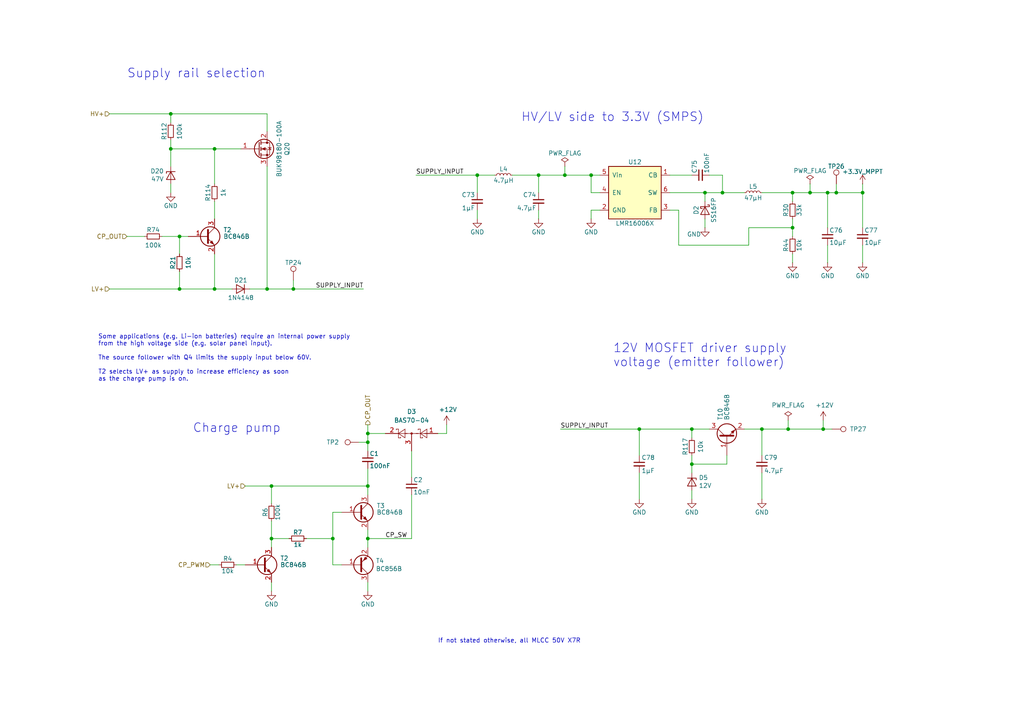
<source format=kicad_sch>
(kicad_sch
	(version 20250114)
	(generator "eeschema")
	(generator_version "9.0")
	(uuid "6985c176-a293-4c79-86a0-01b95b6109bd")
	(paper "A4")
	(lib_symbols
		(symbol "Connector:TestPoint"
			(pin_numbers
				(hide yes)
			)
			(pin_names
				(offset 0.762)
				(hide yes)
			)
			(exclude_from_sim no)
			(in_bom yes)
			(on_board yes)
			(property "Reference" "TP"
				(at 0 6.858 0)
				(effects
					(font
						(size 1.27 1.27)
					)
				)
			)
			(property "Value" "TestPoint"
				(at 0 5.08 0)
				(effects
					(font
						(size 1.27 1.27)
					)
				)
			)
			(property "Footprint" ""
				(at 5.08 0 0)
				(effects
					(font
						(size 1.27 1.27)
					)
					(hide yes)
				)
			)
			(property "Datasheet" "~"
				(at 5.08 0 0)
				(effects
					(font
						(size 1.27 1.27)
					)
					(hide yes)
				)
			)
			(property "Description" "test point"
				(at 0 0 0)
				(effects
					(font
						(size 1.27 1.27)
					)
					(hide yes)
				)
			)
			(property "ki_keywords" "test point tp"
				(at 0 0 0)
				(effects
					(font
						(size 1.27 1.27)
					)
					(hide yes)
				)
			)
			(property "ki_fp_filters" "Pin* Test*"
				(at 0 0 0)
				(effects
					(font
						(size 1.27 1.27)
					)
					(hide yes)
				)
			)
			(symbol "TestPoint_0_1"
				(circle
					(center 0 3.302)
					(radius 0.762)
					(stroke
						(width 0)
						(type default)
					)
					(fill
						(type none)
					)
				)
			)
			(symbol "TestPoint_1_1"
				(pin passive line
					(at 0 0 90)
					(length 2.54)
					(name "1"
						(effects
							(font
								(size 1.27 1.27)
							)
						)
					)
					(number "1"
						(effects
							(font
								(size 1.27 1.27)
							)
						)
					)
				)
			)
			(embedded_fonts no)
		)
		(symbol "Device:L_Small"
			(pin_numbers
				(hide yes)
			)
			(pin_names
				(offset 0.254)
				(hide yes)
			)
			(exclude_from_sim no)
			(in_bom yes)
			(on_board yes)
			(property "Reference" "L"
				(at 0.762 1.016 0)
				(effects
					(font
						(size 1.27 1.27)
					)
					(justify left)
				)
			)
			(property "Value" "L_Small"
				(at 0.762 -1.016 0)
				(effects
					(font
						(size 1.27 1.27)
					)
					(justify left)
				)
			)
			(property "Footprint" ""
				(at 0 0 0)
				(effects
					(font
						(size 1.27 1.27)
					)
					(hide yes)
				)
			)
			(property "Datasheet" "~"
				(at 0 0 0)
				(effects
					(font
						(size 1.27 1.27)
					)
					(hide yes)
				)
			)
			(property "Description" "Inductor, small symbol"
				(at 0 0 0)
				(effects
					(font
						(size 1.27 1.27)
					)
					(hide yes)
				)
			)
			(property "ki_keywords" "inductor choke coil reactor magnetic"
				(at 0 0 0)
				(effects
					(font
						(size 1.27 1.27)
					)
					(hide yes)
				)
			)
			(property "ki_fp_filters" "Choke_* *Coil* Inductor_* L_*"
				(at 0 0 0)
				(effects
					(font
						(size 1.27 1.27)
					)
					(hide yes)
				)
			)
			(symbol "L_Small_0_1"
				(arc
					(start 0 2.032)
					(mid 0.5058 1.524)
					(end 0 1.016)
					(stroke
						(width 0)
						(type default)
					)
					(fill
						(type none)
					)
				)
				(arc
					(start 0 1.016)
					(mid 0.5058 0.508)
					(end 0 0)
					(stroke
						(width 0)
						(type default)
					)
					(fill
						(type none)
					)
				)
				(arc
					(start 0 0)
					(mid 0.5058 -0.508)
					(end 0 -1.016)
					(stroke
						(width 0)
						(type default)
					)
					(fill
						(type none)
					)
				)
				(arc
					(start 0 -1.016)
					(mid 0.5058 -1.524)
					(end 0 -2.032)
					(stroke
						(width 0)
						(type default)
					)
					(fill
						(type none)
					)
				)
			)
			(symbol "L_Small_1_1"
				(pin passive line
					(at 0 2.54 270)
					(length 0.508)
					(name "~"
						(effects
							(font
								(size 1.27 1.27)
							)
						)
					)
					(number "1"
						(effects
							(font
								(size 1.27 1.27)
							)
						)
					)
				)
				(pin passive line
					(at 0 -2.54 90)
					(length 0.508)
					(name "~"
						(effects
							(font
								(size 1.27 1.27)
							)
						)
					)
					(number "2"
						(effects
							(font
								(size 1.27 1.27)
							)
						)
					)
				)
			)
			(embedded_fonts no)
		)
		(symbol "Device:Q_NMOS_GDS"
			(pin_names
				(offset 0)
				(hide yes)
			)
			(exclude_from_sim no)
			(in_bom yes)
			(on_board yes)
			(property "Reference" "Q"
				(at 5.08 1.27 0)
				(effects
					(font
						(size 1.27 1.27)
					)
					(justify left)
				)
			)
			(property "Value" "Device_Q_NMOS_GDS"
				(at 5.08 -1.27 0)
				(effects
					(font
						(size 1.27 1.27)
					)
					(justify left)
				)
			)
			(property "Footprint" ""
				(at 5.08 2.54 0)
				(effects
					(font
						(size 1.27 1.27)
					)
					(hide yes)
				)
			)
			(property "Datasheet" ""
				(at 0 0 0)
				(effects
					(font
						(size 1.27 1.27)
					)
					(hide yes)
				)
			)
			(property "Description" ""
				(at 0 0 0)
				(effects
					(font
						(size 1.27 1.27)
					)
					(hide yes)
				)
			)
			(symbol "Q_NMOS_GDS_0_1"
				(polyline
					(pts
						(xy 0.254 1.905) (xy 0.254 -1.905)
					)
					(stroke
						(width 0.254)
						(type solid)
					)
					(fill
						(type none)
					)
				)
				(polyline
					(pts
						(xy 0.254 0) (xy -2.54 0)
					)
					(stroke
						(width 0)
						(type solid)
					)
					(fill
						(type none)
					)
				)
				(polyline
					(pts
						(xy 0.762 2.286) (xy 0.762 1.27)
					)
					(stroke
						(width 0.254)
						(type solid)
					)
					(fill
						(type none)
					)
				)
				(polyline
					(pts
						(xy 0.762 0.508) (xy 0.762 -0.508)
					)
					(stroke
						(width 0.254)
						(type solid)
					)
					(fill
						(type none)
					)
				)
				(polyline
					(pts
						(xy 0.762 -1.27) (xy 0.762 -2.286)
					)
					(stroke
						(width 0.254)
						(type solid)
					)
					(fill
						(type none)
					)
				)
				(polyline
					(pts
						(xy 0.762 -1.778) (xy 3.302 -1.778) (xy 3.302 1.778) (xy 0.762 1.778)
					)
					(stroke
						(width 0)
						(type solid)
					)
					(fill
						(type none)
					)
				)
				(polyline
					(pts
						(xy 1.016 0) (xy 2.032 0.381) (xy 2.032 -0.381) (xy 1.016 0)
					)
					(stroke
						(width 0)
						(type solid)
					)
					(fill
						(type outline)
					)
				)
				(circle
					(center 1.651 0)
					(radius 2.794)
					(stroke
						(width 0.254)
						(type solid)
					)
					(fill
						(type none)
					)
				)
				(polyline
					(pts
						(xy 2.54 2.54) (xy 2.54 1.778)
					)
					(stroke
						(width 0)
						(type solid)
					)
					(fill
						(type none)
					)
				)
				(circle
					(center 2.54 1.778)
					(radius 0.254)
					(stroke
						(width 0)
						(type solid)
					)
					(fill
						(type outline)
					)
				)
				(circle
					(center 2.54 -1.778)
					(radius 0.254)
					(stroke
						(width 0)
						(type solid)
					)
					(fill
						(type outline)
					)
				)
				(polyline
					(pts
						(xy 2.54 -2.54) (xy 2.54 0) (xy 0.762 0)
					)
					(stroke
						(width 0)
						(type solid)
					)
					(fill
						(type none)
					)
				)
				(polyline
					(pts
						(xy 2.794 0.508) (xy 2.921 0.381) (xy 3.683 0.381) (xy 3.81 0.254)
					)
					(stroke
						(width 0)
						(type solid)
					)
					(fill
						(type none)
					)
				)
				(polyline
					(pts
						(xy 3.302 0.381) (xy 2.921 -0.254) (xy 3.683 -0.254) (xy 3.302 0.381)
					)
					(stroke
						(width 0)
						(type solid)
					)
					(fill
						(type none)
					)
				)
			)
			(symbol "Q_NMOS_GDS_1_1"
				(pin input line
					(at -5.08 0 0)
					(length 2.54)
					(name "G"
						(effects
							(font
								(size 1.27 1.27)
							)
						)
					)
					(number "1"
						(effects
							(font
								(size 1.27 1.27)
							)
						)
					)
				)
				(pin passive line
					(at 2.54 5.08 270)
					(length 2.54)
					(name "D"
						(effects
							(font
								(size 1.27 1.27)
							)
						)
					)
					(number "2"
						(effects
							(font
								(size 1.27 1.27)
							)
						)
					)
				)
				(pin passive line
					(at 2.54 -5.08 90)
					(length 2.54)
					(name "S"
						(effects
							(font
								(size 1.27 1.27)
							)
						)
					)
					(number "3"
						(effects
							(font
								(size 1.27 1.27)
							)
						)
					)
				)
			)
			(embedded_fonts no)
		)
		(symbol "Diode:BAS40-04"
			(pin_names
				(offset 1.016)
			)
			(exclude_from_sim no)
			(in_bom yes)
			(on_board yes)
			(property "Reference" "D"
				(at 0.635 -1.27 0)
				(effects
					(font
						(size 1.27 1.27)
					)
					(justify left)
				)
			)
			(property "Value" "BAS40-04"
				(at -6.35 5.715 0)
				(effects
					(font
						(size 1.27 1.27)
					)
					(justify left)
				)
			)
			(property "Footprint" "Package_TO_SOT_SMD:SOT-23"
				(at -6.35 7.62 0)
				(effects
					(font
						(size 1.27 1.27)
					)
					(justify left)
					(hide yes)
				)
			)
			(property "Datasheet" "http://www.vishay.com/docs/85701/bas40v.pdf"
				(at -3.048 2.54 0)
				(effects
					(font
						(size 1.27 1.27)
					)
					(hide yes)
				)
			)
			(property "Description" "40V 0.2A Dual Small Signal Schottky Diodes"
				(at 0 0 0)
				(effects
					(font
						(size 1.27 1.27)
					)
					(hide yes)
				)
			)
			(property "ki_keywords" "Schottky, Diode"
				(at 0 0 0)
				(effects
					(font
						(size 1.27 1.27)
					)
					(hide yes)
				)
			)
			(property "ki_fp_filters" "SOT?23*"
				(at 0 0 0)
				(effects
					(font
						(size 1.27 1.27)
					)
					(hide yes)
				)
			)
			(symbol "BAS40-04_0_1"
				(polyline
					(pts
						(xy -4.445 3.81) (xy -4.445 1.27) (xy -2.54 2.54) (xy -4.445 3.81)
					)
					(stroke
						(width 0)
						(type default)
					)
					(fill
						(type none)
					)
				)
				(polyline
					(pts
						(xy -3.81 2.54) (xy -1.27 2.54)
					)
					(stroke
						(width 0)
						(type default)
					)
					(fill
						(type none)
					)
				)
				(polyline
					(pts
						(xy -3.175 1.27) (xy -3.175 1.524)
					)
					(stroke
						(width 0)
						(type default)
					)
					(fill
						(type none)
					)
				)
				(polyline
					(pts
						(xy -2.54 3.81) (xy -1.905 3.81)
					)
					(stroke
						(width 0)
						(type default)
					)
					(fill
						(type none)
					)
				)
				(polyline
					(pts
						(xy -2.54 1.27) (xy -3.175 1.27)
					)
					(stroke
						(width 0)
						(type default)
					)
					(fill
						(type none)
					)
				)
				(polyline
					(pts
						(xy -2.54 1.27) (xy -2.54 3.81)
					)
					(stroke
						(width 0)
						(type default)
					)
					(fill
						(type none)
					)
				)
				(polyline
					(pts
						(xy -1.905 3.81) (xy -1.905 3.556)
					)
					(stroke
						(width 0)
						(type default)
					)
					(fill
						(type none)
					)
				)
				(polyline
					(pts
						(xy -1.905 2.54) (xy 1.905 2.54)
					)
					(stroke
						(width 0)
						(type default)
					)
					(fill
						(type none)
					)
				)
				(circle
					(center 0 2.54)
					(radius 0.254)
					(stroke
						(width 0)
						(type default)
					)
					(fill
						(type outline)
					)
				)
				(polyline
					(pts
						(xy 1.27 2.54) (xy 3.81 2.54)
					)
					(stroke
						(width 0)
						(type default)
					)
					(fill
						(type none)
					)
				)
				(polyline
					(pts
						(xy 1.905 3.81) (xy 1.905 1.27) (xy 3.81 2.54) (xy 1.905 3.81)
					)
					(stroke
						(width 0)
						(type default)
					)
					(fill
						(type none)
					)
				)
				(polyline
					(pts
						(xy 3.175 1.27) (xy 3.175 1.524)
					)
					(stroke
						(width 0)
						(type default)
					)
					(fill
						(type none)
					)
				)
				(polyline
					(pts
						(xy 3.81 3.81) (xy 4.445 3.81)
					)
					(stroke
						(width 0)
						(type default)
					)
					(fill
						(type none)
					)
				)
				(polyline
					(pts
						(xy 3.81 1.27) (xy 3.175 1.27)
					)
					(stroke
						(width 0)
						(type default)
					)
					(fill
						(type none)
					)
				)
				(polyline
					(pts
						(xy 3.81 1.27) (xy 3.81 3.81)
					)
					(stroke
						(width 0)
						(type default)
					)
					(fill
						(type none)
					)
				)
				(polyline
					(pts
						(xy 4.445 3.81) (xy 4.445 3.556)
					)
					(stroke
						(width 0)
						(type default)
					)
					(fill
						(type none)
					)
				)
			)
			(symbol "BAS40-04_1_1"
				(pin passive line
					(at -7.62 2.54 0)
					(length 3.81)
					(name "~"
						(effects
							(font
								(size 1.27 1.27)
							)
						)
					)
					(number "1"
						(effects
							(font
								(size 1.27 1.27)
							)
						)
					)
				)
				(pin passive line
					(at 0 -2.54 90)
					(length 5.08)
					(name "~"
						(effects
							(font
								(size 1.27 1.27)
							)
						)
					)
					(number "3"
						(effects
							(font
								(size 1.27 1.27)
							)
						)
					)
				)
				(pin passive line
					(at 7.62 2.54 180)
					(length 3.81)
					(name "~"
						(effects
							(font
								(size 1.27 1.27)
							)
						)
					)
					(number "2"
						(effects
							(font
								(size 1.27 1.27)
							)
						)
					)
				)
			)
			(embedded_fonts no)
		)
		(symbol "Project:C"
			(pin_numbers
				(hide yes)
			)
			(pin_names
				(offset 0.254)
				(hide yes)
			)
			(exclude_from_sim no)
			(in_bom yes)
			(on_board yes)
			(property "Reference" "C"
				(at 0.635 1.905 0)
				(effects
					(font
						(size 1.27 1.27)
					)
					(justify left)
				)
			)
			(property "Value" "C"
				(at 0.635 -1.905 0)
				(effects
					(font
						(size 1.27 1.27)
					)
					(justify left)
				)
			)
			(property "Footprint" ""
				(at 0 -5.08 0)
				(effects
					(font
						(size 1.27 1.27)
					)
					(hide yes)
				)
			)
			(property "Datasheet" ""
				(at 0.635 1.905 0)
				(effects
					(font
						(size 1.27 1.27)
					)
				)
			)
			(property "Description" "Unpolarized capacitor"
				(at 0 0 0)
				(effects
					(font
						(size 1.27 1.27)
					)
					(hide yes)
				)
			)
			(property "ki_fp_filters" "C? C_????_* C_???? SMD*_c Capacitor*"
				(at 0 0 0)
				(effects
					(font
						(size 1.27 1.27)
					)
					(hide yes)
				)
			)
			(symbol "C_0_1"
				(polyline
					(pts
						(xy -1.524 0.508) (xy 0 0.508) (xy 1.524 0.508)
					)
					(stroke
						(width 0.3048)
						(type solid)
					)
					(fill
						(type none)
					)
				)
				(polyline
					(pts
						(xy -1.524 -0.508) (xy 1.524 -0.508)
					)
					(stroke
						(width 0.3302)
						(type solid)
					)
					(fill
						(type none)
					)
				)
			)
			(symbol "C_1_1"
				(pin passive line
					(at 0 2.54 270)
					(length 1.905)
					(name "~"
						(effects
							(font
								(size 1.016 1.016)
							)
						)
					)
					(number "1"
						(effects
							(font
								(size 1.016 1.016)
							)
						)
					)
				)
				(pin passive line
					(at 0 -2.54 90)
					(length 2.032)
					(name "~"
						(effects
							(font
								(size 1.016 1.016)
							)
						)
					)
					(number "2"
						(effects
							(font
								(size 1.016 1.016)
							)
						)
					)
				)
			)
			(embedded_fonts no)
		)
		(symbol "Project:D"
			(pin_numbers
				(hide yes)
			)
			(pin_names
				(offset 0.254)
				(hide yes)
			)
			(exclude_from_sim no)
			(in_bom yes)
			(on_board yes)
			(property "Reference" "D"
				(at 0 2.54 0)
				(effects
					(font
						(size 1.27 1.27)
					)
				)
			)
			(property "Value" "D"
				(at 0 -2.54 0)
				(effects
					(font
						(size 1.27 1.27)
					)
				)
			)
			(property "Footprint" ""
				(at -2.54 0 0)
				(effects
					(font
						(size 1.27 1.27)
					)
					(hide yes)
				)
			)
			(property "Datasheet" ""
				(at 0 2.54 0)
				(effects
					(font
						(size 1.27 1.27)
					)
					(hide yes)
				)
			)
			(property "Description" "Diode"
				(at 0 0 0)
				(effects
					(font
						(size 1.27 1.27)
					)
					(hide yes)
				)
			)
			(property "ki_fp_filters" "Diode_* D-Pak_TO252AA *SingleDiode *SingleDiode* *_Diode_*"
				(at 0 0 0)
				(effects
					(font
						(size 1.27 1.27)
					)
					(hide yes)
				)
			)
			(symbol "D_0_1"
				(polyline
					(pts
						(xy -1.27 0) (xy 1.27 0)
					)
					(stroke
						(width 0)
						(type solid)
					)
					(fill
						(type none)
					)
				)
				(polyline
					(pts
						(xy -1.016 -1.27) (xy -1.016 1.27)
					)
					(stroke
						(width 0.2032)
						(type solid)
					)
					(fill
						(type none)
					)
				)
				(polyline
					(pts
						(xy 1.27 -1.27) (xy -1.016 0) (xy 1.27 1.27) (xy 1.27 -1.27)
					)
					(stroke
						(width 0.2032)
						(type solid)
					)
					(fill
						(type none)
					)
				)
			)
			(symbol "D_1_1"
				(pin passive line
					(at -2.54 0 0)
					(length 1.27)
					(name "K"
						(effects
							(font
								(size 1.27 1.27)
							)
						)
					)
					(number "1"
						(effects
							(font
								(size 1.27 1.27)
							)
						)
					)
				)
				(pin passive line
					(at 2.54 0 180)
					(length 1.27)
					(name "A"
						(effects
							(font
								(size 1.27 1.27)
							)
						)
					)
					(number "2"
						(effects
							(font
								(size 1.27 1.27)
							)
						)
					)
				)
			)
			(embedded_fonts no)
		)
		(symbol "Project:D_Schottky"
			(pin_numbers
				(hide yes)
			)
			(pin_names
				(offset 0.254)
				(hide yes)
			)
			(exclude_from_sim no)
			(in_bom yes)
			(on_board yes)
			(property "Reference" "D"
				(at 0 2.54 0)
				(effects
					(font
						(size 1.27 1.27)
					)
				)
			)
			(property "Value" "D_Schottky"
				(at 0 -2.54 0)
				(effects
					(font
						(size 1.27 1.27)
					)
				)
			)
			(property "Footprint" ""
				(at 0 0 90)
				(effects
					(font
						(size 1.27 1.27)
					)
				)
			)
			(property "Datasheet" ""
				(at 0 0 90)
				(effects
					(font
						(size 1.27 1.27)
					)
				)
			)
			(property "Description" "Diode Schottky"
				(at 0 0 0)
				(effects
					(font
						(size 1.27 1.27)
					)
					(hide yes)
				)
			)
			(property "ki_fp_filters" "Diode_* D-Pak_TO252AA *SingleDiode *SingleDiode* *_Diode_*"
				(at 0 0 0)
				(effects
					(font
						(size 1.27 1.27)
					)
					(hide yes)
				)
			)
			(symbol "D_Schottky_0_1"
				(polyline
					(pts
						(xy -1.016 1.27) (xy -0.508 1.27) (xy -0.508 0.762)
					)
					(stroke
						(width 0.2032)
						(type solid)
					)
					(fill
						(type none)
					)
				)
				(polyline
					(pts
						(xy -1.016 -1.27) (xy -1.016 1.27)
					)
					(stroke
						(width 0.2032)
						(type solid)
					)
					(fill
						(type none)
					)
				)
				(polyline
					(pts
						(xy -1.016 -1.27) (xy -1.524 -1.27) (xy -1.524 -0.762)
					)
					(stroke
						(width 0.2032)
						(type solid)
					)
					(fill
						(type none)
					)
				)
				(polyline
					(pts
						(xy 1.27 0) (xy -1.27 0)
					)
					(stroke
						(width 0)
						(type solid)
					)
					(fill
						(type none)
					)
				)
				(polyline
					(pts
						(xy 1.27 -1.27) (xy -1.016 0) (xy 1.27 1.27) (xy 1.27 -1.27)
					)
					(stroke
						(width 0.2032)
						(type solid)
					)
					(fill
						(type none)
					)
				)
			)
			(symbol "D_Schottky_1_1"
				(pin passive line
					(at -2.54 0 0)
					(length 1.27)
					(name "K"
						(effects
							(font
								(size 1.27 1.27)
							)
						)
					)
					(number "1"
						(effects
							(font
								(size 1.27 1.27)
							)
						)
					)
				)
				(pin passive line
					(at 2.54 0 180)
					(length 1.27)
					(name "A"
						(effects
							(font
								(size 1.27 1.27)
							)
						)
					)
					(number "2"
						(effects
							(font
								(size 1.27 1.27)
							)
						)
					)
				)
			)
			(embedded_fonts no)
		)
		(symbol "Project:D_Zener"
			(pin_numbers
				(hide yes)
			)
			(pin_names
				(offset 1.016)
				(hide yes)
			)
			(exclude_from_sim no)
			(in_bom yes)
			(on_board yes)
			(property "Reference" "D"
				(at 0 2.54 0)
				(effects
					(font
						(size 1.27 1.27)
					)
				)
			)
			(property "Value" "D_Zener"
				(at 0 -2.54 0)
				(effects
					(font
						(size 1.27 1.27)
					)
				)
			)
			(property "Footprint" ""
				(at 0 0 0)
				(effects
					(font
						(size 1.27 1.27)
					)
				)
			)
			(property "Datasheet" ""
				(at 0 0 0)
				(effects
					(font
						(size 1.27 1.27)
					)
				)
			)
			(property "Description" "Diode zener"
				(at 0 0 0)
				(effects
					(font
						(size 1.27 1.27)
					)
					(hide yes)
				)
			)
			(property "ki_keywords" "DEV DIODE"
				(at 0 0 0)
				(effects
					(font
						(size 1.27 1.27)
					)
					(hide yes)
				)
			)
			(property "ki_fp_filters" "D? SO* SM*"
				(at 0 0 0)
				(effects
					(font
						(size 1.27 1.27)
					)
					(hide yes)
				)
			)
			(symbol "D_Zener_0_1"
				(polyline
					(pts
						(xy -1.016 0) (xy 1.27 1.27) (xy 1.27 -1.27) (xy -1.016 0)
					)
					(stroke
						(width 0.2032)
						(type solid)
					)
					(fill
						(type none)
					)
				)
				(polyline
					(pts
						(xy -0.508 1.27) (xy -1.016 1.27) (xy -1.016 0) (xy -1.016 -1.27)
					)
					(stroke
						(width 0.2032)
						(type solid)
					)
					(fill
						(type none)
					)
				)
				(polyline
					(pts
						(xy 1.27 0) (xy -1.27 0)
					)
					(stroke
						(width 0)
						(type solid)
					)
					(fill
						(type none)
					)
				)
			)
			(symbol "D_Zener_1_1"
				(pin passive line
					(at -2.54 0 0)
					(length 1.27)
					(name "K"
						(effects
							(font
								(size 1.27 1.27)
							)
						)
					)
					(number "1"
						(effects
							(font
								(size 1.27 1.27)
							)
						)
					)
				)
				(pin passive line
					(at 2.54 0 180)
					(length 1.27)
					(name "A"
						(effects
							(font
								(size 1.27 1.27)
							)
						)
					)
					(number "2"
						(effects
							(font
								(size 1.27 1.27)
							)
						)
					)
				)
			)
			(embedded_fonts no)
		)
		(symbol "Project:LMR16006"
			(pin_names
				(offset 1.016)
			)
			(exclude_from_sim no)
			(in_bom yes)
			(on_board yes)
			(property "Reference" "U"
				(at 0 8.89 0)
				(effects
					(font
						(size 1.27 1.27)
					)
				)
			)
			(property "Value" "LMR16006"
				(at 0 -8.89 0)
				(effects
					(font
						(size 1.27 1.27)
					)
				)
			)
			(property "Footprint" "TO_SOT_Packages_SMD:SOT-23-6"
				(at 0 -11.43 0)
				(effects
					(font
						(size 1.27 1.27)
					)
					(hide yes)
				)
			)
			(property "Datasheet" ""
				(at -10.16 10.16 0)
				(effects
					(font
						(size 1.27 1.27)
					)
				)
			)
			(property "Description" "SIMPLE SWITCHER® 4V to 60V, 600mA Step-Down Regulator with Low Iq"
				(at 0 0 0)
				(effects
					(font
						(size 1.27 1.27)
					)
					(hide yes)
				)
			)
			(property "ki_keywords" "switching buck converter power-supply voltage regulator"
				(at 0 0 0)
				(effects
					(font
						(size 1.27 1.27)
					)
					(hide yes)
				)
			)
			(property "ki_fp_filters" "SOT-23-*"
				(at 0 0 0)
				(effects
					(font
						(size 1.27 1.27)
					)
					(hide yes)
				)
			)
			(symbol "LMR16006_0_1"
				(rectangle
					(start -7.62 7.62)
					(end 7.62 -7.62)
					(stroke
						(width 0.254)
						(type solid)
					)
					(fill
						(type background)
					)
				)
			)
			(symbol "LMR16006_1_1"
				(pin power_in line
					(at -10.16 5.08 0)
					(length 2.54)
					(name "Vin"
						(effects
							(font
								(size 1.27 1.27)
							)
						)
					)
					(number "5"
						(effects
							(font
								(size 1.27 1.27)
							)
						)
					)
				)
				(pin input line
					(at -10.16 0 0)
					(length 2.54)
					(name "EN"
						(effects
							(font
								(size 1.27 1.27)
							)
						)
					)
					(number "4"
						(effects
							(font
								(size 1.27 1.27)
							)
						)
					)
				)
				(pin power_in line
					(at -10.16 -5.08 0)
					(length 2.54)
					(name "GND"
						(effects
							(font
								(size 1.27 1.27)
							)
						)
					)
					(number "2"
						(effects
							(font
								(size 1.27 1.27)
							)
						)
					)
				)
				(pin output line
					(at 10.16 5.08 180)
					(length 2.54)
					(name "CB"
						(effects
							(font
								(size 1.27 1.27)
							)
						)
					)
					(number "1"
						(effects
							(font
								(size 1.27 1.27)
							)
						)
					)
				)
				(pin bidirectional line
					(at 10.16 0 180)
					(length 2.54)
					(name "SW"
						(effects
							(font
								(size 1.27 1.27)
							)
						)
					)
					(number "6"
						(effects
							(font
								(size 1.27 1.27)
							)
						)
					)
				)
				(pin input line
					(at 10.16 -5.08 180)
					(length 2.54)
					(name "FB"
						(effects
							(font
								(size 1.27 1.27)
							)
						)
					)
					(number "3"
						(effects
							(font
								(size 1.27 1.27)
							)
						)
					)
				)
			)
			(embedded_fonts no)
		)
		(symbol "Project:R"
			(pin_numbers
				(hide yes)
			)
			(pin_names
				(offset 0.254)
				(hide yes)
			)
			(exclude_from_sim no)
			(in_bom yes)
			(on_board yes)
			(property "Reference" "R"
				(at -1.905 0 90)
				(effects
					(font
						(size 1.27 1.27)
					)
				)
			)
			(property "Value" "R"
				(at 1.905 0 90)
				(effects
					(font
						(size 1.27 1.27)
					)
				)
			)
			(property "Footprint" ""
				(at -4.445 -2.54 90)
				(effects
					(font
						(size 1.27 1.27)
					)
					(hide yes)
				)
			)
			(property "Datasheet" ""
				(at 0 0 0)
				(effects
					(font
						(size 1.27 1.27)
					)
				)
			)
			(property "Description" "Resistor"
				(at 0 0 0)
				(effects
					(font
						(size 1.27 1.27)
					)
					(hide yes)
				)
			)
			(property "ki_fp_filters" "Resistor_* R_*"
				(at 0 0 0)
				(effects
					(font
						(size 1.27 1.27)
					)
					(hide yes)
				)
			)
			(symbol "R_0_1"
				(rectangle
					(start -0.762 1.778)
					(end 0.762 -1.778)
					(stroke
						(width 0.2032)
						(type solid)
					)
					(fill
						(type none)
					)
				)
			)
			(symbol "R_1_1"
				(pin passive line
					(at 0 2.54 270)
					(length 0.762)
					(name "~"
						(effects
							(font
								(size 1.016 1.016)
							)
						)
					)
					(number "1"
						(effects
							(font
								(size 1.016 1.016)
							)
						)
					)
				)
				(pin passive line
					(at 0 -2.54 90)
					(length 0.762)
					(name "~"
						(effects
							(font
								(size 1.016 1.016)
							)
						)
					)
					(number "2"
						(effects
							(font
								(size 1.016 1.016)
							)
						)
					)
				)
			)
			(embedded_fonts no)
		)
		(symbol "Transistor_BJT:BC846"
			(pin_names
				(offset 0)
				(hide yes)
			)
			(exclude_from_sim no)
			(in_bom yes)
			(on_board yes)
			(property "Reference" "Q"
				(at 5.08 1.905 0)
				(effects
					(font
						(size 1.27 1.27)
					)
					(justify left)
				)
			)
			(property "Value" "BC846"
				(at 5.08 0 0)
				(effects
					(font
						(size 1.27 1.27)
					)
					(justify left)
				)
			)
			(property "Footprint" "Package_TO_SOT_SMD:SOT-23"
				(at 5.08 -1.905 0)
				(effects
					(font
						(size 1.27 1.27)
						(italic yes)
					)
					(justify left)
					(hide yes)
				)
			)
			(property "Datasheet" "https://assets.nexperia.com/documents/data-sheet/BC846_SER.pdf"
				(at 0 0 0)
				(effects
					(font
						(size 1.27 1.27)
					)
					(justify left)
					(hide yes)
				)
			)
			(property "Description" "0.1A Ic, 65V Vce, NPN Transistor, SOT-23"
				(at 0 0 0)
				(effects
					(font
						(size 1.27 1.27)
					)
					(hide yes)
				)
			)
			(property "ki_keywords" "NPN Transistor"
				(at 0 0 0)
				(effects
					(font
						(size 1.27 1.27)
					)
					(hide yes)
				)
			)
			(property "ki_fp_filters" "SOT?23*"
				(at 0 0 0)
				(effects
					(font
						(size 1.27 1.27)
					)
					(hide yes)
				)
			)
			(symbol "BC846_0_1"
				(polyline
					(pts
						(xy 0.635 1.905) (xy 0.635 -1.905) (xy 0.635 -1.905)
					)
					(stroke
						(width 0.508)
						(type default)
					)
					(fill
						(type none)
					)
				)
				(polyline
					(pts
						(xy 0.635 0.635) (xy 2.54 2.54)
					)
					(stroke
						(width 0)
						(type default)
					)
					(fill
						(type none)
					)
				)
				(polyline
					(pts
						(xy 0.635 -0.635) (xy 2.54 -2.54) (xy 2.54 -2.54)
					)
					(stroke
						(width 0)
						(type default)
					)
					(fill
						(type none)
					)
				)
				(circle
					(center 1.27 0)
					(radius 2.8194)
					(stroke
						(width 0.254)
						(type default)
					)
					(fill
						(type none)
					)
				)
				(polyline
					(pts
						(xy 1.27 -1.778) (xy 1.778 -1.27) (xy 2.286 -2.286) (xy 1.27 -1.778) (xy 1.27 -1.778)
					)
					(stroke
						(width 0)
						(type default)
					)
					(fill
						(type outline)
					)
				)
			)
			(symbol "BC846_1_1"
				(pin input line
					(at -5.08 0 0)
					(length 5.715)
					(name "B"
						(effects
							(font
								(size 1.27 1.27)
							)
						)
					)
					(number "1"
						(effects
							(font
								(size 1.27 1.27)
							)
						)
					)
				)
				(pin passive line
					(at 2.54 5.08 270)
					(length 2.54)
					(name "C"
						(effects
							(font
								(size 1.27 1.27)
							)
						)
					)
					(number "3"
						(effects
							(font
								(size 1.27 1.27)
							)
						)
					)
				)
				(pin passive line
					(at 2.54 -5.08 90)
					(length 2.54)
					(name "E"
						(effects
							(font
								(size 1.27 1.27)
							)
						)
					)
					(number "2"
						(effects
							(font
								(size 1.27 1.27)
							)
						)
					)
				)
			)
			(embedded_fonts no)
		)
		(symbol "Transistor_BJT:BC856"
			(pin_names
				(offset 0)
				(hide yes)
			)
			(exclude_from_sim no)
			(in_bom yes)
			(on_board yes)
			(property "Reference" "Q"
				(at 5.08 1.905 0)
				(effects
					(font
						(size 1.27 1.27)
					)
					(justify left)
				)
			)
			(property "Value" "BC856"
				(at 5.08 0 0)
				(effects
					(font
						(size 1.27 1.27)
					)
					(justify left)
				)
			)
			(property "Footprint" "Package_TO_SOT_SMD:SOT-23"
				(at 5.08 -1.905 0)
				(effects
					(font
						(size 1.27 1.27)
						(italic yes)
					)
					(justify left)
					(hide yes)
				)
			)
			(property "Datasheet" "https://www.onsemi.com/pub/Collateral/BC860-D.pdf"
				(at 0 0 0)
				(effects
					(font
						(size 1.27 1.27)
					)
					(justify left)
					(hide yes)
				)
			)
			(property "Description" "0.1A Ic, 65V Vce, PNP Transistor, SOT-23"
				(at 0 0 0)
				(effects
					(font
						(size 1.27 1.27)
					)
					(hide yes)
				)
			)
			(property "ki_keywords" "PNP transistor"
				(at 0 0 0)
				(effects
					(font
						(size 1.27 1.27)
					)
					(hide yes)
				)
			)
			(property "ki_fp_filters" "SOT?23*"
				(at 0 0 0)
				(effects
					(font
						(size 1.27 1.27)
					)
					(hide yes)
				)
			)
			(symbol "BC856_0_1"
				(polyline
					(pts
						(xy 0.635 1.905) (xy 0.635 -1.905) (xy 0.635 -1.905)
					)
					(stroke
						(width 0.508)
						(type default)
					)
					(fill
						(type none)
					)
				)
				(polyline
					(pts
						(xy 0.635 0.635) (xy 2.54 2.54)
					)
					(stroke
						(width 0)
						(type default)
					)
					(fill
						(type none)
					)
				)
				(polyline
					(pts
						(xy 0.635 -0.635) (xy 2.54 -2.54) (xy 2.54 -2.54)
					)
					(stroke
						(width 0)
						(type default)
					)
					(fill
						(type none)
					)
				)
				(circle
					(center 1.27 0)
					(radius 2.8194)
					(stroke
						(width 0.254)
						(type default)
					)
					(fill
						(type none)
					)
				)
				(polyline
					(pts
						(xy 2.286 -1.778) (xy 1.778 -2.286) (xy 1.27 -1.27) (xy 2.286 -1.778) (xy 2.286 -1.778)
					)
					(stroke
						(width 0)
						(type default)
					)
					(fill
						(type outline)
					)
				)
			)
			(symbol "BC856_1_1"
				(pin input line
					(at -5.08 0 0)
					(length 5.715)
					(name "B"
						(effects
							(font
								(size 1.27 1.27)
							)
						)
					)
					(number "1"
						(effects
							(font
								(size 1.27 1.27)
							)
						)
					)
				)
				(pin passive line
					(at 2.54 5.08 270)
					(length 2.54)
					(name "C"
						(effects
							(font
								(size 1.27 1.27)
							)
						)
					)
					(number "3"
						(effects
							(font
								(size 1.27 1.27)
							)
						)
					)
				)
				(pin passive line
					(at 2.54 -5.08 90)
					(length 2.54)
					(name "E"
						(effects
							(font
								(size 1.27 1.27)
							)
						)
					)
					(number "2"
						(effects
							(font
								(size 1.27 1.27)
							)
						)
					)
				)
			)
			(embedded_fonts no)
		)
		(symbol "mppt-2420-hc-rescue:+12V-power"
			(power)
			(pin_names
				(offset 0)
			)
			(exclude_from_sim no)
			(in_bom yes)
			(on_board yes)
			(property "Reference" "#PWR"
				(at 0 -3.81 0)
				(effects
					(font
						(size 1.27 1.27)
					)
					(hide yes)
				)
			)
			(property "Value" "power_+12V"
				(at 0 3.556 0)
				(effects
					(font
						(size 1.27 1.27)
					)
				)
			)
			(property "Footprint" ""
				(at 0 0 0)
				(effects
					(font
						(size 1.27 1.27)
					)
					(hide yes)
				)
			)
			(property "Datasheet" ""
				(at 0 0 0)
				(effects
					(font
						(size 1.27 1.27)
					)
					(hide yes)
				)
			)
			(property "Description" ""
				(at 0 0 0)
				(effects
					(font
						(size 1.27 1.27)
					)
					(hide yes)
				)
			)
			(symbol "+12V-power_0_1"
				(polyline
					(pts
						(xy -0.762 1.27) (xy 0 2.54)
					)
					(stroke
						(width 0)
						(type solid)
					)
					(fill
						(type none)
					)
				)
				(polyline
					(pts
						(xy 0 2.54) (xy 0.762 1.27)
					)
					(stroke
						(width 0)
						(type solid)
					)
					(fill
						(type none)
					)
				)
				(polyline
					(pts
						(xy 0 0) (xy 0 2.54)
					)
					(stroke
						(width 0)
						(type solid)
					)
					(fill
						(type none)
					)
				)
			)
			(symbol "+12V-power_1_1"
				(pin power_in line
					(at 0 0 90)
					(length 0)
					(hide yes)
					(name "+12V"
						(effects
							(font
								(size 1.27 1.27)
							)
						)
					)
					(number "1"
						(effects
							(font
								(size 1.27 1.27)
							)
						)
					)
				)
			)
			(embedded_fonts no)
		)
		(symbol "mppt-2420-hc-rescue:GND-power"
			(power)
			(pin_names
				(offset 0)
			)
			(exclude_from_sim no)
			(in_bom yes)
			(on_board yes)
			(property "Reference" "#PWR"
				(at 0 -6.35 0)
				(effects
					(font
						(size 1.27 1.27)
					)
					(hide yes)
				)
			)
			(property "Value" "power_GND"
				(at 0 -3.81 0)
				(effects
					(font
						(size 1.27 1.27)
					)
				)
			)
			(property "Footprint" ""
				(at 0 0 0)
				(effects
					(font
						(size 1.27 1.27)
					)
					(hide yes)
				)
			)
			(property "Datasheet" ""
				(at 0 0 0)
				(effects
					(font
						(size 1.27 1.27)
					)
					(hide yes)
				)
			)
			(property "Description" ""
				(at 0 0 0)
				(effects
					(font
						(size 1.27 1.27)
					)
					(hide yes)
				)
			)
			(symbol "GND-power_0_1"
				(polyline
					(pts
						(xy 0 0) (xy 0 -1.27) (xy 1.27 -1.27) (xy 0 -2.54) (xy -1.27 -1.27) (xy 0 -1.27)
					)
					(stroke
						(width 0)
						(type solid)
					)
					(fill
						(type none)
					)
				)
			)
			(symbol "GND-power_1_1"
				(pin power_in line
					(at 0 0 270)
					(length 0)
					(hide yes)
					(name "GND"
						(effects
							(font
								(size 1.27 1.27)
							)
						)
					)
					(number "1"
						(effects
							(font
								(size 1.27 1.27)
							)
						)
					)
				)
			)
			(embedded_fonts no)
		)
		(symbol "power:+12V"
			(power)
			(pin_numbers
				(hide yes)
			)
			(pin_names
				(offset 0)
				(hide yes)
			)
			(exclude_from_sim no)
			(in_bom yes)
			(on_board yes)
			(property "Reference" "#PWR"
				(at 0 -3.81 0)
				(effects
					(font
						(size 1.27 1.27)
					)
					(hide yes)
				)
			)
			(property "Value" "+12V"
				(at 0 3.556 0)
				(effects
					(font
						(size 1.27 1.27)
					)
				)
			)
			(property "Footprint" ""
				(at 0 0 0)
				(effects
					(font
						(size 1.27 1.27)
					)
					(hide yes)
				)
			)
			(property "Datasheet" ""
				(at 0 0 0)
				(effects
					(font
						(size 1.27 1.27)
					)
					(hide yes)
				)
			)
			(property "Description" "Power symbol creates a global label with name \"+12V\""
				(at 0 0 0)
				(effects
					(font
						(size 1.27 1.27)
					)
					(hide yes)
				)
			)
			(property "ki_keywords" "global power"
				(at 0 0 0)
				(effects
					(font
						(size 1.27 1.27)
					)
					(hide yes)
				)
			)
			(symbol "+12V_0_1"
				(polyline
					(pts
						(xy -0.762 1.27) (xy 0 2.54)
					)
					(stroke
						(width 0)
						(type default)
					)
					(fill
						(type none)
					)
				)
				(polyline
					(pts
						(xy 0 2.54) (xy 0.762 1.27)
					)
					(stroke
						(width 0)
						(type default)
					)
					(fill
						(type none)
					)
				)
				(polyline
					(pts
						(xy 0 0) (xy 0 2.54)
					)
					(stroke
						(width 0)
						(type default)
					)
					(fill
						(type none)
					)
				)
			)
			(symbol "+12V_1_1"
				(pin power_in line
					(at 0 0 90)
					(length 0)
					(name "~"
						(effects
							(font
								(size 1.27 1.27)
							)
						)
					)
					(number "1"
						(effects
							(font
								(size 1.27 1.27)
							)
						)
					)
				)
			)
			(embedded_fonts no)
		)
		(symbol "power:+3.3V"
			(power)
			(pin_numbers
				(hide yes)
			)
			(pin_names
				(offset 0)
				(hide yes)
			)
			(exclude_from_sim no)
			(in_bom yes)
			(on_board yes)
			(property "Reference" "#PWR"
				(at 0 -3.81 0)
				(effects
					(font
						(size 1.27 1.27)
					)
					(hide yes)
				)
			)
			(property "Value" "+3.3V"
				(at 0 3.556 0)
				(effects
					(font
						(size 1.27 1.27)
					)
				)
			)
			(property "Footprint" ""
				(at 0 0 0)
				(effects
					(font
						(size 1.27 1.27)
					)
					(hide yes)
				)
			)
			(property "Datasheet" ""
				(at 0 0 0)
				(effects
					(font
						(size 1.27 1.27)
					)
					(hide yes)
				)
			)
			(property "Description" "Power symbol creates a global label with name \"+3.3V\""
				(at 0 0 0)
				(effects
					(font
						(size 1.27 1.27)
					)
					(hide yes)
				)
			)
			(property "ki_keywords" "global power"
				(at 0 0 0)
				(effects
					(font
						(size 1.27 1.27)
					)
					(hide yes)
				)
			)
			(symbol "+3.3V_0_1"
				(polyline
					(pts
						(xy -0.762 1.27) (xy 0 2.54)
					)
					(stroke
						(width 0)
						(type default)
					)
					(fill
						(type none)
					)
				)
				(polyline
					(pts
						(xy 0 2.54) (xy 0.762 1.27)
					)
					(stroke
						(width 0)
						(type default)
					)
					(fill
						(type none)
					)
				)
				(polyline
					(pts
						(xy 0 0) (xy 0 2.54)
					)
					(stroke
						(width 0)
						(type default)
					)
					(fill
						(type none)
					)
				)
			)
			(symbol "+3.3V_1_1"
				(pin power_in line
					(at 0 0 90)
					(length 0)
					(name "~"
						(effects
							(font
								(size 1.27 1.27)
							)
						)
					)
					(number "1"
						(effects
							(font
								(size 1.27 1.27)
							)
						)
					)
				)
			)
			(embedded_fonts no)
		)
		(symbol "power:GND"
			(power)
			(pin_numbers
				(hide yes)
			)
			(pin_names
				(offset 0)
				(hide yes)
			)
			(exclude_from_sim no)
			(in_bom yes)
			(on_board yes)
			(property "Reference" "#PWR"
				(at 0 -6.35 0)
				(effects
					(font
						(size 1.27 1.27)
					)
					(hide yes)
				)
			)
			(property "Value" "GND"
				(at 0 -3.81 0)
				(effects
					(font
						(size 1.27 1.27)
					)
				)
			)
			(property "Footprint" ""
				(at 0 0 0)
				(effects
					(font
						(size 1.27 1.27)
					)
					(hide yes)
				)
			)
			(property "Datasheet" ""
				(at 0 0 0)
				(effects
					(font
						(size 1.27 1.27)
					)
					(hide yes)
				)
			)
			(property "Description" "Power symbol creates a global label with name \"GND\" , ground"
				(at 0 0 0)
				(effects
					(font
						(size 1.27 1.27)
					)
					(hide yes)
				)
			)
			(property "ki_keywords" "global power"
				(at 0 0 0)
				(effects
					(font
						(size 1.27 1.27)
					)
					(hide yes)
				)
			)
			(symbol "GND_0_1"
				(polyline
					(pts
						(xy 0 0) (xy 0 -1.27) (xy 1.27 -1.27) (xy 0 -2.54) (xy -1.27 -1.27) (xy 0 -1.27)
					)
					(stroke
						(width 0)
						(type default)
					)
					(fill
						(type none)
					)
				)
			)
			(symbol "GND_1_1"
				(pin power_in line
					(at 0 0 270)
					(length 0)
					(name "~"
						(effects
							(font
								(size 1.27 1.27)
							)
						)
					)
					(number "1"
						(effects
							(font
								(size 1.27 1.27)
							)
						)
					)
				)
			)
			(embedded_fonts no)
		)
		(symbol "power:PWR_FLAG"
			(power)
			(pin_numbers
				(hide yes)
			)
			(pin_names
				(offset 0)
				(hide yes)
			)
			(exclude_from_sim no)
			(in_bom yes)
			(on_board yes)
			(property "Reference" "#FLG"
				(at 0 1.905 0)
				(effects
					(font
						(size 1.27 1.27)
					)
					(hide yes)
				)
			)
			(property "Value" "PWR_FLAG"
				(at 0 3.81 0)
				(effects
					(font
						(size 1.27 1.27)
					)
				)
			)
			(property "Footprint" ""
				(at 0 0 0)
				(effects
					(font
						(size 1.27 1.27)
					)
					(hide yes)
				)
			)
			(property "Datasheet" "~"
				(at 0 0 0)
				(effects
					(font
						(size 1.27 1.27)
					)
					(hide yes)
				)
			)
			(property "Description" "Special symbol for telling ERC where power comes from"
				(at 0 0 0)
				(effects
					(font
						(size 1.27 1.27)
					)
					(hide yes)
				)
			)
			(property "ki_keywords" "flag power"
				(at 0 0 0)
				(effects
					(font
						(size 1.27 1.27)
					)
					(hide yes)
				)
			)
			(symbol "PWR_FLAG_0_0"
				(pin power_out line
					(at 0 0 90)
					(length 0)
					(name "~"
						(effects
							(font
								(size 1.27 1.27)
							)
						)
					)
					(number "1"
						(effects
							(font
								(size 1.27 1.27)
							)
						)
					)
				)
			)
			(symbol "PWR_FLAG_0_1"
				(polyline
					(pts
						(xy 0 0) (xy 0 1.27) (xy -1.016 1.905) (xy 0 2.54) (xy 1.016 1.905) (xy 0 1.27)
					)
					(stroke
						(width 0)
						(type default)
					)
					(fill
						(type none)
					)
				)
			)
			(embedded_fonts no)
		)
	)
	(text "Charge pump"
		(exclude_from_sim no)
		(at 55.88 125.73 0)
		(effects
			(font
				(size 2.54 2.54)
			)
			(justify left bottom)
		)
		(uuid "1fc1b0e5-39c0-4f19-8ed8-3b1071cab23f")
	)
	(text "HV/LV side to 3.3V (SMPS)"
		(exclude_from_sim no)
		(at 151.13 35.56 0)
		(effects
			(font
				(size 2.54 2.54)
			)
			(justify left bottom)
		)
		(uuid "39fa0ac2-dd1f-4022-ae3f-ea95e71cc78a")
	)
	(text "Some applications (e.g. Li-ion batteries) require an internal power supply\nfrom the high voltage side (e.g. solar panel input).\n\nThe source follower with Q4 limits the supply input below 60V.\n\nT2 selects LV+ as supply to increase efficiency as soon\nas the charge pump is on."
		(exclude_from_sim no)
		(at 28.448 110.744 0)
		(effects
			(font
				(size 1.27 1.27)
			)
			(justify left bottom)
		)
		(uuid "7bb14e24-8d9b-40b7-a898-9c2635570be9")
	)
	(text "12V MOSFET driver supply\nvoltage (emitter follower)"
		(exclude_from_sim no)
		(at 177.8 106.68 0)
		(effects
			(font
				(size 2.54 2.54)
			)
			(justify left bottom)
		)
		(uuid "9ffb8962-f301-4f2f-81f4-c56448f697c0")
	)
	(text "If not stated otherwise, all MLCC 50V X7R"
		(exclude_from_sim no)
		(at 127 186.69 0)
		(effects
			(font
				(size 1.27 1.27)
			)
			(justify left bottom)
		)
		(uuid "a6d25832-06c9-425d-babc-af59f7e479ef")
	)
	(text "Supply rail selection"
		(exclude_from_sim no)
		(at 36.83 22.86 0)
		(effects
			(font
				(size 2.54 2.54)
			)
			(justify left bottom)
		)
		(uuid "d4ca4952-b848-4169-9c33-977e651e4d17")
	)
	(junction
		(at 229.87 66.04)
		(diameter 0)
		(color 0 0 0 0)
		(uuid "08aa41ca-1949-4129-8ab7-bcf991b8c478")
	)
	(junction
		(at 163.83 50.8)
		(diameter 0)
		(color 0 0 0 0)
		(uuid "0e58ea10-1e0b-4e24-8685-d37735e9e185")
	)
	(junction
		(at 78.74 156.21)
		(diameter 0)
		(color 0 0 0 0)
		(uuid "1c441d3a-1cf8-49a0-a5a2-38e12785706f")
	)
	(junction
		(at 229.87 55.88)
		(diameter 0)
		(color 0 0 0 0)
		(uuid "2902644a-7dbd-4b03-88d7-62064d0964b5")
	)
	(junction
		(at 106.68 128.27)
		(diameter 0)
		(color 0 0 0 0)
		(uuid "2b2f2745-5c4e-479b-9a0b-0f228100a89a")
	)
	(junction
		(at 171.45 50.8)
		(diameter 0)
		(color 0 0 0 0)
		(uuid "2c44af40-bb17-4b75-9ee2-28d69a903c32")
	)
	(junction
		(at 62.23 43.18)
		(diameter 0)
		(color 0 0 0 0)
		(uuid "2cee18a5-9a04-4c4d-9cfe-67a14c1308ea")
	)
	(junction
		(at 185.42 124.46)
		(diameter 0)
		(color 0 0 0 0)
		(uuid "3963af73-743a-4ed5-ad17-5628f12ee02a")
	)
	(junction
		(at 240.03 55.88)
		(diameter 0)
		(color 0 0 0 0)
		(uuid "3c0e007f-a6f9-4e63-9a3b-0f5aadeb02c6")
	)
	(junction
		(at 49.53 43.18)
		(diameter 0)
		(color 0 0 0 0)
		(uuid "41b768ac-e256-4db8-9995-3033128db57e")
	)
	(junction
		(at 96.52 156.21)
		(diameter 0)
		(color 0 0 0 0)
		(uuid "5a4ae5ea-5cfe-4b21-99bc-1712b69fdc57")
	)
	(junction
		(at 78.74 140.97)
		(diameter 0)
		(color 0 0 0 0)
		(uuid "651c02a9-47c4-454d-880c-c1514c710d35")
	)
	(junction
		(at 138.43 50.8)
		(diameter 0)
		(color 0 0 0 0)
		(uuid "68df1f55-0724-4ae6-9bb1-f396e6344a3d")
	)
	(junction
		(at 238.76 124.46)
		(diameter 0)
		(color 0 0 0 0)
		(uuid "7ae82b64-b7c1-44f3-9d50-e49ce3c5528b")
	)
	(junction
		(at 52.07 83.82)
		(diameter 0)
		(color 0 0 0 0)
		(uuid "7cd5173b-3149-4a34-b538-5d6055e5b620")
	)
	(junction
		(at 204.47 55.88)
		(diameter 0)
		(color 0 0 0 0)
		(uuid "7db74b96-267f-4a74-a917-b332ae36b8b7")
	)
	(junction
		(at 52.07 68.58)
		(diameter 0)
		(color 0 0 0 0)
		(uuid "84aa1ffa-1e1c-4e56-956d-d3dc418f910f")
	)
	(junction
		(at 106.68 125.73)
		(diameter 0)
		(color 0 0 0 0)
		(uuid "8558dca4-634a-49e0-b5a4-91635f6b96d0")
	)
	(junction
		(at 234.95 55.88)
		(diameter 0)
		(color 0 0 0 0)
		(uuid "8b445b97-3d3c-4347-9de9-5f8e67a091a8")
	)
	(junction
		(at 77.47 83.82)
		(diameter 0)
		(color 0 0 0 0)
		(uuid "8b552fec-7353-4885-b6dd-e46e79c1aede")
	)
	(junction
		(at 242.57 55.88)
		(diameter 0)
		(color 0 0 0 0)
		(uuid "8c7161b4-5d4c-4b51-b60d-b2d6d842187e")
	)
	(junction
		(at 220.98 124.46)
		(diameter 0)
		(color 0 0 0 0)
		(uuid "8dee5469-301c-4d97-bec8-d22ff32c88f5")
	)
	(junction
		(at 209.55 55.88)
		(diameter 0)
		(color 0 0 0 0)
		(uuid "92a2d9e9-b3de-4f3a-979f-8764351fef40")
	)
	(junction
		(at 49.53 33.02)
		(diameter 0)
		(color 0 0 0 0)
		(uuid "940938b8-dfce-4310-93ac-6c1ebef24956")
	)
	(junction
		(at 106.68 140.97)
		(diameter 0)
		(color 0 0 0 0)
		(uuid "b9da6286-86e4-4b40-a407-555708c2e33f")
	)
	(junction
		(at 156.21 50.8)
		(diameter 0)
		(color 0 0 0 0)
		(uuid "cc435ae1-34a2-41d3-b531-dfcef7d02146")
	)
	(junction
		(at 228.6 124.46)
		(diameter 0)
		(color 0 0 0 0)
		(uuid "d192d315-e5bd-463c-b1ba-f80fff07d74a")
	)
	(junction
		(at 200.66 124.46)
		(diameter 0)
		(color 0 0 0 0)
		(uuid "e0c67aa8-bf91-41fb-bbc3-af4800fa6bf3")
	)
	(junction
		(at 200.66 134.62)
		(diameter 0)
		(color 0 0 0 0)
		(uuid "e3908c31-f1d5-4b4b-bc00-354885d675dc")
	)
	(junction
		(at 62.23 83.82)
		(diameter 0)
		(color 0 0 0 0)
		(uuid "e8b1693e-ce4d-45bb-8ee8-c1cca3027cb7")
	)
	(junction
		(at 106.68 156.21)
		(diameter 0)
		(color 0 0 0 0)
		(uuid "ea54b750-a475-4dfa-bb88-1a53b49971d7")
	)
	(junction
		(at 250.19 55.88)
		(diameter 0)
		(color 0 0 0 0)
		(uuid "f6b6d009-84a3-4a0b-80a6-b71ec21d0f61")
	)
	(junction
		(at 85.09 83.82)
		(diameter 0)
		(color 0 0 0 0)
		(uuid "fe3b642f-516f-4aaa-8b5c-7b88a5778caf")
	)
	(wire
		(pts
			(xy 234.95 55.88) (xy 240.03 55.88)
		)
		(stroke
			(width 0)
			(type default)
		)
		(uuid "009615b1-69b4-4fa3-8666-23bf903c712e")
	)
	(wire
		(pts
			(xy 185.42 137.16) (xy 185.42 144.78)
		)
		(stroke
			(width 0)
			(type default)
		)
		(uuid "024727de-4ce6-414e-bc2f-4f8cf5a63dcd")
	)
	(wire
		(pts
			(xy 156.21 55.88) (xy 156.21 50.8)
		)
		(stroke
			(width 0)
			(type default)
		)
		(uuid "02eb6b7f-0910-477e-8a83-fd72d7b19d5e")
	)
	(wire
		(pts
			(xy 209.55 55.88) (xy 215.9 55.88)
		)
		(stroke
			(width 0)
			(type default)
		)
		(uuid "03c916a8-c63e-462a-8117-1a1b745e99c2")
	)
	(wire
		(pts
			(xy 163.83 50.8) (xy 171.45 50.8)
		)
		(stroke
			(width 0)
			(type default)
		)
		(uuid "03fe3bbb-bccf-4110-bc51-141ae0c91204")
	)
	(wire
		(pts
			(xy 196.85 60.96) (xy 196.85 71.12)
		)
		(stroke
			(width 0)
			(type default)
		)
		(uuid "06b393c7-009b-4142-843d-8c25f86342cf")
	)
	(wire
		(pts
			(xy 220.98 124.46) (xy 228.6 124.46)
		)
		(stroke
			(width 0)
			(type default)
		)
		(uuid "0ad12af0-a83a-4bed-8c81-070a1678f435")
	)
	(wire
		(pts
			(xy 31.75 33.02) (xy 49.53 33.02)
		)
		(stroke
			(width 0)
			(type default)
		)
		(uuid "0f8c11ab-4fa9-429a-ab9c-91f7300a9aee")
	)
	(wire
		(pts
			(xy 171.45 55.88) (xy 171.45 50.8)
		)
		(stroke
			(width 0)
			(type default)
		)
		(uuid "129959d1-7104-4898-9f5a-d144af51afe1")
	)
	(wire
		(pts
			(xy 96.52 163.83) (xy 99.06 163.83)
		)
		(stroke
			(width 0)
			(type default)
		)
		(uuid "16809e7b-033a-44e7-89aa-9e5bd7fcaed9")
	)
	(wire
		(pts
			(xy 229.87 63.5) (xy 229.87 66.04)
		)
		(stroke
			(width 0)
			(type default)
		)
		(uuid "194a495b-d920-47ba-8fc1-5c29bebd38bb")
	)
	(wire
		(pts
			(xy 85.09 83.82) (xy 105.41 83.82)
		)
		(stroke
			(width 0)
			(type default)
		)
		(uuid "1a993f5c-39ba-4bad-9f45-c6dcb58928e6")
	)
	(wire
		(pts
			(xy 204.47 63.5) (xy 204.47 66.04)
		)
		(stroke
			(width 0)
			(type default)
		)
		(uuid "1e58434b-d53f-4b13-a103-f8fd650cb8e3")
	)
	(wire
		(pts
			(xy 240.03 55.88) (xy 242.57 55.88)
		)
		(stroke
			(width 0)
			(type default)
		)
		(uuid "1eb2e199-7a8e-4ac4-94f8-77feb9e246fc")
	)
	(wire
		(pts
			(xy 77.47 83.82) (xy 85.09 83.82)
		)
		(stroke
			(width 0)
			(type default)
		)
		(uuid "2125da83-1763-45f3-a2f5-6eab50d045b4")
	)
	(wire
		(pts
			(xy 200.66 142.24) (xy 200.66 144.78)
		)
		(stroke
			(width 0)
			(type default)
		)
		(uuid "212dd2b2-59ba-45ec-be08-d932238e9a7c")
	)
	(wire
		(pts
			(xy 106.68 128.27) (xy 106.68 130.81)
		)
		(stroke
			(width 0)
			(type default)
		)
		(uuid "21f19124-aee6-47c2-a228-73fb36b802de")
	)
	(wire
		(pts
			(xy 220.98 124.46) (xy 220.98 132.08)
		)
		(stroke
			(width 0)
			(type default)
		)
		(uuid "2219a542-d59a-4f89-baad-d0048f3d76b7")
	)
	(wire
		(pts
			(xy 49.53 33.02) (xy 77.47 33.02)
		)
		(stroke
			(width 0)
			(type default)
		)
		(uuid "23b89e25-5ec2-4079-b9e6-739b0fcf6185")
	)
	(wire
		(pts
			(xy 78.74 151.13) (xy 78.74 156.21)
		)
		(stroke
			(width 0)
			(type default)
		)
		(uuid "284bc453-07cd-455b-a23c-e2d1fa43b82c")
	)
	(wire
		(pts
			(xy 234.95 53.34) (xy 234.95 55.88)
		)
		(stroke
			(width 0)
			(type default)
		)
		(uuid "29f592e3-c8b2-426c-8a67-e6647064a893")
	)
	(wire
		(pts
			(xy 85.09 81.28) (xy 85.09 83.82)
		)
		(stroke
			(width 0)
			(type default)
		)
		(uuid "29fdd05e-04f2-4fdd-bb49-0ef43cf0d8c1")
	)
	(wire
		(pts
			(xy 240.03 71.12) (xy 240.03 76.2)
		)
		(stroke
			(width 0)
			(type default)
		)
		(uuid "2b5a4b12-b390-4aea-801e-6cf3e786d52d")
	)
	(wire
		(pts
			(xy 52.07 78.74) (xy 52.07 83.82)
		)
		(stroke
			(width 0)
			(type default)
		)
		(uuid "2de5620d-9ea2-4308-b17c-4604a916a3aa")
	)
	(wire
		(pts
			(xy 229.87 55.88) (xy 229.87 58.42)
		)
		(stroke
			(width 0)
			(type default)
		)
		(uuid "2e0bfa10-5d97-43e3-a382-8f6534e4c7f7")
	)
	(wire
		(pts
			(xy 171.45 50.8) (xy 173.99 50.8)
		)
		(stroke
			(width 0)
			(type default)
		)
		(uuid "2e4b0644-2765-47c8-af14-9aca4c0aa647")
	)
	(wire
		(pts
			(xy 205.74 124.46) (xy 200.66 124.46)
		)
		(stroke
			(width 0)
			(type default)
		)
		(uuid "32e38ced-2ba4-4a16-a594-b1898f9e5ead")
	)
	(wire
		(pts
			(xy 99.06 148.59) (xy 96.52 148.59)
		)
		(stroke
			(width 0)
			(type default)
		)
		(uuid "34392cb3-4163-4eb6-917a-95ce306ed632")
	)
	(wire
		(pts
			(xy 62.23 83.82) (xy 67.31 83.82)
		)
		(stroke
			(width 0)
			(type default)
		)
		(uuid "3a45cef7-542b-465c-92f0-eecb83a647ec")
	)
	(wire
		(pts
			(xy 185.42 124.46) (xy 185.42 132.08)
		)
		(stroke
			(width 0)
			(type default)
		)
		(uuid "3b0e0b0c-c5b1-4ab1-97ed-058145559d15")
	)
	(wire
		(pts
			(xy 204.47 58.42) (xy 204.47 55.88)
		)
		(stroke
			(width 0)
			(type default)
		)
		(uuid "3bce0618-c0a3-4c64-ad04-bfc49a8d6356")
	)
	(wire
		(pts
			(xy 229.87 55.88) (xy 234.95 55.88)
		)
		(stroke
			(width 0)
			(type default)
		)
		(uuid "3d7dd18c-9a2b-4a70-b154-b1300332cf5c")
	)
	(wire
		(pts
			(xy 96.52 156.21) (xy 88.9 156.21)
		)
		(stroke
			(width 0)
			(type default)
		)
		(uuid "474c22ea-d67f-4691-b859-23fe89c2bede")
	)
	(wire
		(pts
			(xy 148.59 50.8) (xy 156.21 50.8)
		)
		(stroke
			(width 0)
			(type default)
		)
		(uuid "5150c540-5815-436c-9dbb-0e4d3719ee84")
	)
	(wire
		(pts
			(xy 49.53 43.18) (xy 49.53 48.26)
		)
		(stroke
			(width 0)
			(type default)
		)
		(uuid "52b41ab3-4ef1-43a0-bd3e-af09c85391ee")
	)
	(wire
		(pts
			(xy 106.68 135.89) (xy 106.68 140.97)
		)
		(stroke
			(width 0)
			(type default)
		)
		(uuid "532812ce-681c-4d56-9831-5bfc47af6974")
	)
	(wire
		(pts
			(xy 72.39 83.82) (xy 77.47 83.82)
		)
		(stroke
			(width 0)
			(type default)
		)
		(uuid "550c123a-9782-4357-a6d9-dca34e5c0031")
	)
	(wire
		(pts
			(xy 78.74 140.97) (xy 78.74 146.05)
		)
		(stroke
			(width 0)
			(type default)
		)
		(uuid "582df4f7-e95a-429d-8f9b-ef4868ec05de")
	)
	(wire
		(pts
			(xy 96.52 156.21) (xy 96.52 163.83)
		)
		(stroke
			(width 0)
			(type default)
		)
		(uuid "599e4d2a-208f-4d5a-b5a0-0211644323c3")
	)
	(wire
		(pts
			(xy 106.68 125.73) (xy 106.68 128.27)
		)
		(stroke
			(width 0)
			(type default)
		)
		(uuid "5b1e53c5-f069-47dd-b47d-abd289655736")
	)
	(wire
		(pts
			(xy 106.68 140.97) (xy 78.74 140.97)
		)
		(stroke
			(width 0)
			(type default)
		)
		(uuid "5d84bca1-3e81-4cc8-b832-39ffaff9ee8f")
	)
	(wire
		(pts
			(xy 49.53 43.18) (xy 62.23 43.18)
		)
		(stroke
			(width 0)
			(type default)
		)
		(uuid "5eafd20a-911a-49cd-aedd-d46eb5b768a8")
	)
	(wire
		(pts
			(xy 228.6 124.46) (xy 238.76 124.46)
		)
		(stroke
			(width 0)
			(type default)
		)
		(uuid "5ebca103-bfae-4504-a4fb-1b4b324be2c6")
	)
	(wire
		(pts
			(xy 62.23 73.66) (xy 62.23 83.82)
		)
		(stroke
			(width 0)
			(type default)
		)
		(uuid "5ef2f885-0d59-45d1-b76c-8e007df8a004")
	)
	(wire
		(pts
			(xy 78.74 156.21) (xy 78.74 158.75)
		)
		(stroke
			(width 0)
			(type default)
		)
		(uuid "5ef5c443-b18a-416d-a441-e11e351446cc")
	)
	(wire
		(pts
			(xy 194.31 60.96) (xy 196.85 60.96)
		)
		(stroke
			(width 0)
			(type default)
		)
		(uuid "6254ee43-12a2-403a-9b12-4489c5a8dcd7")
	)
	(wire
		(pts
			(xy 83.82 156.21) (xy 78.74 156.21)
		)
		(stroke
			(width 0)
			(type default)
		)
		(uuid "65220270-5a06-4404-8612-f75719ec971b")
	)
	(wire
		(pts
			(xy 238.76 121.92) (xy 238.76 124.46)
		)
		(stroke
			(width 0)
			(type default)
		)
		(uuid "6584274d-18ab-4e26-bce6-d1fdbc43aae5")
	)
	(wire
		(pts
			(xy 31.75 83.82) (xy 52.07 83.82)
		)
		(stroke
			(width 0)
			(type default)
		)
		(uuid "6e5a9143-1bee-4c04-af3d-2276cace5fe4")
	)
	(wire
		(pts
			(xy 54.61 68.58) (xy 52.07 68.58)
		)
		(stroke
			(width 0)
			(type default)
		)
		(uuid "7075b346-39db-4185-ac36-d6365ea63381")
	)
	(wire
		(pts
			(xy 220.98 137.16) (xy 220.98 144.78)
		)
		(stroke
			(width 0)
			(type default)
		)
		(uuid "722ec66d-1cc4-4f39-a2e0-6575b0160cba")
	)
	(wire
		(pts
			(xy 119.38 138.43) (xy 119.38 130.81)
		)
		(stroke
			(width 0)
			(type default)
		)
		(uuid "726d069c-27a7-4fe7-b0fc-996b8951f430")
	)
	(wire
		(pts
			(xy 52.07 68.58) (xy 46.99 68.58)
		)
		(stroke
			(width 0)
			(type default)
		)
		(uuid "7277e858-580c-4bf7-a274-637c58230577")
	)
	(wire
		(pts
			(xy 204.47 55.88) (xy 209.55 55.88)
		)
		(stroke
			(width 0)
			(type default)
		)
		(uuid "736d70ec-0cfa-4d8f-9100-8ef9f348ca2d")
	)
	(wire
		(pts
			(xy 49.53 53.34) (xy 49.53 55.88)
		)
		(stroke
			(width 0)
			(type default)
		)
		(uuid "7423cb7d-9c0d-41e9-81b9-ba95e37b25b0")
	)
	(wire
		(pts
			(xy 78.74 168.91) (xy 78.74 171.45)
		)
		(stroke
			(width 0)
			(type default)
		)
		(uuid "76b90810-8bd5-4a30-8972-1fc2e4069845")
	)
	(wire
		(pts
			(xy 229.87 76.2) (xy 229.87 73.66)
		)
		(stroke
			(width 0)
			(type default)
		)
		(uuid "7dd9a251-fab4-49ce-b6b8-0d9514a93994")
	)
	(wire
		(pts
			(xy 138.43 50.8) (xy 143.51 50.8)
		)
		(stroke
			(width 0)
			(type default)
		)
		(uuid "7dd9e0c7-5794-4068-9a3b-a5bc6108337b")
	)
	(wire
		(pts
			(xy 62.23 43.18) (xy 62.23 53.34)
		)
		(stroke
			(width 0)
			(type default)
		)
		(uuid "80bd2e16-7f64-4a95-a3b7-2b7e5b8efdfe")
	)
	(wire
		(pts
			(xy 200.66 134.62) (xy 200.66 137.16)
		)
		(stroke
			(width 0)
			(type default)
		)
		(uuid "83276027-c5a9-4ffb-bce2-484e12638500")
	)
	(wire
		(pts
			(xy 200.66 134.62) (xy 200.66 132.08)
		)
		(stroke
			(width 0)
			(type default)
		)
		(uuid "83cf90ed-7c27-4706-b9c8-01c7cc3afde1")
	)
	(wire
		(pts
			(xy 138.43 50.8) (xy 138.43 55.88)
		)
		(stroke
			(width 0)
			(type default)
		)
		(uuid "8617129a-2a51-46b6-ada4-2dc5c154f70f")
	)
	(wire
		(pts
			(xy 129.54 125.73) (xy 127 125.73)
		)
		(stroke
			(width 0)
			(type default)
		)
		(uuid "8622b767-9282-41b8-a1ce-2661bce84d9d")
	)
	(wire
		(pts
			(xy 205.74 50.8) (xy 209.55 50.8)
		)
		(stroke
			(width 0)
			(type default)
		)
		(uuid "8768adaa-6bd2-4274-975e-4d995f413ecd")
	)
	(wire
		(pts
			(xy 106.68 168.91) (xy 106.68 171.45)
		)
		(stroke
			(width 0)
			(type default)
		)
		(uuid "87d04617-96d1-4b63-9239-25fcca00541f")
	)
	(wire
		(pts
			(xy 49.53 35.56) (xy 49.53 33.02)
		)
		(stroke
			(width 0)
			(type default)
		)
		(uuid "8a3c0384-0a58-44da-84f9-c967b48e8221")
	)
	(wire
		(pts
			(xy 241.3 124.46) (xy 238.76 124.46)
		)
		(stroke
			(width 0)
			(type default)
		)
		(uuid "8f9f6cbc-1c5e-465b-8eb0-b4b01d21372f")
	)
	(wire
		(pts
			(xy 69.85 43.18) (xy 62.23 43.18)
		)
		(stroke
			(width 0)
			(type default)
		)
		(uuid "929a5f66-25c3-408b-928d-e509d79b6378")
	)
	(wire
		(pts
			(xy 138.43 63.5) (xy 138.43 60.96)
		)
		(stroke
			(width 0)
			(type default)
		)
		(uuid "93f2b150-f233-4ae0-b325-47b00e1ca1f4")
	)
	(wire
		(pts
			(xy 194.31 50.8) (xy 200.66 50.8)
		)
		(stroke
			(width 0)
			(type default)
		)
		(uuid "94554a02-5599-488b-8eb7-c489990ca1c4")
	)
	(wire
		(pts
			(xy 250.19 71.12) (xy 250.19 76.2)
		)
		(stroke
			(width 0)
			(type default)
		)
		(uuid "9455d091-2d87-47ce-8de6-2b37e690797e")
	)
	(wire
		(pts
			(xy 104.14 128.27) (xy 106.68 128.27)
		)
		(stroke
			(width 0)
			(type default)
		)
		(uuid "963b1c04-ee25-4501-bad8-caf08b56207d")
	)
	(wire
		(pts
			(xy 77.47 48.26) (xy 77.47 83.82)
		)
		(stroke
			(width 0)
			(type default)
		)
		(uuid "9ade8133-57b4-485e-bdf2-b205366e7c65")
	)
	(wire
		(pts
			(xy 242.57 55.88) (xy 242.57 53.34)
		)
		(stroke
			(width 0)
			(type default)
		)
		(uuid "9eecced2-bfd8-4803-891f-b89849e30b28")
	)
	(wire
		(pts
			(xy 41.91 68.58) (xy 36.83 68.58)
		)
		(stroke
			(width 0)
			(type default)
		)
		(uuid "9f9afee3-8d00-4357-b543-ed19dc1ba5b5")
	)
	(wire
		(pts
			(xy 49.53 40.64) (xy 49.53 43.18)
		)
		(stroke
			(width 0)
			(type default)
		)
		(uuid "a06ac503-7c5a-4304-b5da-8feedc3ae82b")
	)
	(wire
		(pts
			(xy 96.52 148.59) (xy 96.52 156.21)
		)
		(stroke
			(width 0)
			(type default)
		)
		(uuid "a16509af-eb6a-4e83-900d-71e95b5befc9")
	)
	(wire
		(pts
			(xy 228.6 121.92) (xy 228.6 124.46)
		)
		(stroke
			(width 0)
			(type default)
		)
		(uuid "a32af42f-ef14-4646-8841-99492db268a0")
	)
	(wire
		(pts
			(xy 171.45 60.96) (xy 173.99 60.96)
		)
		(stroke
			(width 0)
			(type default)
		)
		(uuid "a57da4e0-c572-4e66-be22-3297b36920a7")
	)
	(wire
		(pts
			(xy 156.21 63.5) (xy 156.21 60.96)
		)
		(stroke
			(width 0)
			(type default)
		)
		(uuid "a5e90cf8-fba5-4639-a74f-877a7e7eb0c7")
	)
	(wire
		(pts
			(xy 200.66 124.46) (xy 185.42 124.46)
		)
		(stroke
			(width 0)
			(type default)
		)
		(uuid "aa3616d7-9988-4032-b5fa-298b934b1a76")
	)
	(wire
		(pts
			(xy 52.07 83.82) (xy 62.23 83.82)
		)
		(stroke
			(width 0)
			(type default)
		)
		(uuid "aa509a76-1028-4974-888f-1ce9627f6a70")
	)
	(wire
		(pts
			(xy 106.68 153.67) (xy 106.68 156.21)
		)
		(stroke
			(width 0)
			(type default)
		)
		(uuid "ab6ac2dd-d11d-4545-8a1a-90fa40dc8e58")
	)
	(wire
		(pts
			(xy 215.9 124.46) (xy 220.98 124.46)
		)
		(stroke
			(width 0)
			(type default)
		)
		(uuid "aefb5df4-7f0a-482f-8a10-a223f519b064")
	)
	(wire
		(pts
			(xy 250.19 55.88) (xy 250.19 66.04)
		)
		(stroke
			(width 0)
			(type default)
		)
		(uuid "b22ae48f-815e-45ee-96e4-df3bd0c8fe04")
	)
	(wire
		(pts
			(xy 196.85 71.12) (xy 217.17 71.12)
		)
		(stroke
			(width 0)
			(type default)
		)
		(uuid "b2ac33b4-7fc8-414d-ae0f-7015985efb33")
	)
	(wire
		(pts
			(xy 106.68 156.21) (xy 106.68 158.75)
		)
		(stroke
			(width 0)
			(type default)
		)
		(uuid "b3048610-76b7-447f-84fe-a5c85d5fc24f")
	)
	(wire
		(pts
			(xy 250.19 53.34) (xy 250.19 55.88)
		)
		(stroke
			(width 0)
			(type default)
		)
		(uuid "b6f5312c-cd62-42e9-9ca8-799866d40721")
	)
	(wire
		(pts
			(xy 68.58 163.83) (xy 71.12 163.83)
		)
		(stroke
			(width 0)
			(type default)
		)
		(uuid "b79d666d-de56-406b-8c10-fc0d568036a1")
	)
	(wire
		(pts
			(xy 171.45 55.88) (xy 173.99 55.88)
		)
		(stroke
			(width 0)
			(type default)
		)
		(uuid "b9a64ebd-5ad5-4f6c-a289-d59af6b2bbf1")
	)
	(wire
		(pts
			(xy 129.54 123.19) (xy 129.54 125.73)
		)
		(stroke
			(width 0)
			(type default)
		)
		(uuid "b9de78af-9a05-4b60-947b-e9723b6ef611")
	)
	(wire
		(pts
			(xy 171.45 60.96) (xy 171.45 63.5)
		)
		(stroke
			(width 0)
			(type default)
		)
		(uuid "ba50e7a5-36b8-48e2-abd7-e09529d3cf08")
	)
	(wire
		(pts
			(xy 217.17 66.04) (xy 229.87 66.04)
		)
		(stroke
			(width 0)
			(type default)
		)
		(uuid "bab8b653-3fd7-47fe-a53c-578b549e957e")
	)
	(wire
		(pts
			(xy 217.17 71.12) (xy 217.17 66.04)
		)
		(stroke
			(width 0)
			(type default)
		)
		(uuid "bce79e46-f119-43c5-84d4-fd27c6bb8f66")
	)
	(wire
		(pts
			(xy 185.42 124.46) (xy 162.56 124.46)
		)
		(stroke
			(width 0)
			(type default)
		)
		(uuid "be6fb0aa-fffa-43d9-95d2-2185b1a2aa86")
	)
	(wire
		(pts
			(xy 209.55 50.8) (xy 209.55 55.88)
		)
		(stroke
			(width 0)
			(type default)
		)
		(uuid "c0f322c8-919f-4f15-9842-7ed2ebd20210")
	)
	(wire
		(pts
			(xy 163.83 48.26) (xy 163.83 50.8)
		)
		(stroke
			(width 0)
			(type default)
		)
		(uuid "c3164bdb-d29f-40b8-8394-4726b0fe1f18")
	)
	(wire
		(pts
			(xy 138.43 50.8) (xy 120.65 50.8)
		)
		(stroke
			(width 0)
			(type default)
		)
		(uuid "c51e7d35-f5bc-4f68-87ed-17e2183ad476")
	)
	(wire
		(pts
			(xy 200.66 124.46) (xy 200.66 127)
		)
		(stroke
			(width 0)
			(type default)
		)
		(uuid "c726e0ff-0475-4e03-a92c-2436070881fb")
	)
	(wire
		(pts
			(xy 119.38 143.51) (xy 119.38 156.21)
		)
		(stroke
			(width 0)
			(type default)
		)
		(uuid "c8132d61-e66d-42f0-be06-fd3d697c4783")
	)
	(wire
		(pts
			(xy 52.07 68.58) (xy 52.07 73.66)
		)
		(stroke
			(width 0)
			(type default)
		)
		(uuid "d1051148-9271-46c1-9690-cc2776dfc3b1")
	)
	(wire
		(pts
			(xy 240.03 55.88) (xy 240.03 66.04)
		)
		(stroke
			(width 0)
			(type default)
		)
		(uuid "de40ca91-c14e-41be-b230-084fdf7aaf7a")
	)
	(wire
		(pts
			(xy 210.82 134.62) (xy 200.66 134.62)
		)
		(stroke
			(width 0)
			(type default)
		)
		(uuid "e4d2012a-1e21-4d16-93cd-f7cecedf2083")
	)
	(wire
		(pts
			(xy 242.57 55.88) (xy 250.19 55.88)
		)
		(stroke
			(width 0)
			(type default)
		)
		(uuid "e4e7b165-1fde-4603-8ad3-1641d75a4eba")
	)
	(wire
		(pts
			(xy 220.98 55.88) (xy 229.87 55.88)
		)
		(stroke
			(width 0)
			(type default)
		)
		(uuid "e69c1429-e510-4b55-924a-2215bf3942e9")
	)
	(wire
		(pts
			(xy 156.21 50.8) (xy 163.83 50.8)
		)
		(stroke
			(width 0)
			(type default)
		)
		(uuid "ed1a522d-2abf-4711-bcdf-96aa572a734c")
	)
	(wire
		(pts
			(xy 106.68 156.21) (xy 119.38 156.21)
		)
		(stroke
			(width 0)
			(type default)
		)
		(uuid "edbd9960-0d13-454c-9323-85fbdf3d5d25")
	)
	(wire
		(pts
			(xy 106.68 125.73) (xy 106.68 123.19)
		)
		(stroke
			(width 0)
			(type default)
		)
		(uuid "f35bf6d9-efdc-481a-a1dd-7f74aea5cc9f")
	)
	(wire
		(pts
			(xy 111.76 125.73) (xy 106.68 125.73)
		)
		(stroke
			(width 0)
			(type default)
		)
		(uuid "f3bc7f2c-182b-4e3f-8176-6612d6b6e61a")
	)
	(wire
		(pts
			(xy 106.68 140.97) (xy 106.68 143.51)
		)
		(stroke
			(width 0)
			(type default)
		)
		(uuid "f498ce3a-915b-454b-9e3f-9501c0560fec")
	)
	(wire
		(pts
			(xy 60.96 163.83) (xy 63.5 163.83)
		)
		(stroke
			(width 0)
			(type default)
		)
		(uuid "f87f8ef4-0f85-4930-a4f3-77eca936f1b5")
	)
	(wire
		(pts
			(xy 229.87 66.04) (xy 229.87 68.58)
		)
		(stroke
			(width 0)
			(type default)
		)
		(uuid "f937fbe8-05ec-4a4a-8fa0-c52eba9ad3ea")
	)
	(wire
		(pts
			(xy 210.82 132.08) (xy 210.82 134.62)
		)
		(stroke
			(width 0)
			(type default)
		)
		(uuid "f9dd2a80-33e9-4075-bac4-874d5196552f")
	)
	(wire
		(pts
			(xy 194.31 55.88) (xy 204.47 55.88)
		)
		(stroke
			(width 0)
			(type default)
		)
		(uuid "fa2f96bf-eeee-415c-b7e0-732a387af314")
	)
	(wire
		(pts
			(xy 62.23 58.42) (xy 62.23 63.5)
		)
		(stroke
			(width 0)
			(type default)
		)
		(uuid "fb480525-93a7-49cd-adee-efdaecf9b70a")
	)
	(wire
		(pts
			(xy 77.47 33.02) (xy 77.47 38.1)
		)
		(stroke
			(width 0)
			(type default)
		)
		(uuid "fbf34356-1a91-4b51-931e-24c07f9142f6")
	)
	(wire
		(pts
			(xy 71.12 140.97) (xy 78.74 140.97)
		)
		(stroke
			(width 0)
			(type default)
		)
		(uuid "fc133830-0c32-49f9-af76-e7c016d413bc")
	)
	(label "CP_SW"
		(at 111.76 156.21 0)
		(effects
			(font
				(size 1.27 1.27)
			)
			(justify left bottom)
		)
		(uuid "3ad80ce7-b011-45a1-a9bc-a89181172bcd")
	)
	(label "SUPPLY_INPUT"
		(at 105.41 83.82 180)
		(effects
			(font
				(size 1.27 1.27)
			)
			(justify right bottom)
		)
		(uuid "c1da0f0c-c2f4-4a2d-b479-5f51016e04b8")
	)
	(label "SUPPLY_INPUT"
		(at 120.65 50.8 0)
		(effects
			(font
				(size 1.27 1.27)
			)
			(justify left bottom)
		)
		(uuid "d4276ce5-876a-41a9-8b2f-d5ad71d9b726")
	)
	(label "SUPPLY_INPUT"
		(at 162.56 124.46 0)
		(effects
			(font
				(size 1.27 1.27)
			)
			(justify left bottom)
		)
		(uuid "e67ec174-6b8f-458e-b99c-49b4942c491d")
	)
	(hierarchical_label "CP_OUT"
		(shape input)
		(at 36.83 68.58 180)
		(effects
			(font
				(size 1.27 1.27)
			)
			(justify right)
		)
		(uuid "31f54528-c364-48f3-8229-4c4bc795c9fd")
	)
	(hierarchical_label "LV+"
		(shape input)
		(at 31.75 83.82 180)
		(effects
			(font
				(size 1.27 1.27)
			)
			(justify right)
		)
		(uuid "9574711c-0d31-471c-ba83-36543a7a0159")
	)
	(hierarchical_label "HV+"
		(shape input)
		(at 31.75 33.02 180)
		(effects
			(font
				(size 1.27 1.27)
			)
			(justify right)
		)
		(uuid "9832df7b-3935-4553-b2fd-4e6e792b8d67")
	)
	(hierarchical_label "LV+"
		(shape input)
		(at 71.12 140.97 180)
		(effects
			(font
				(size 1.27 1.27)
			)
			(justify right)
		)
		(uuid "9f96b711-e68b-4635-8409-5bd3272f6bb9")
	)
	(hierarchical_label "CP_PWM"
		(shape input)
		(at 60.96 163.83 180)
		(effects
			(font
				(size 1.27 1.27)
			)
			(justify right)
		)
		(uuid "e080e76f-3d9c-4824-a6b3-1beb844f1f1a")
	)
	(hierarchical_label "CP_OUT"
		(shape output)
		(at 106.68 123.19 90)
		(effects
			(font
				(size 1.27 1.27)
			)
			(justify left)
		)
		(uuid "f62a0ce5-13ae-4f8d-8125-0c809dadc6f2")
	)
	(symbol
		(lib_id "Project:D_Zener")
		(at 200.66 139.7 270)
		(unit 1)
		(exclude_from_sim no)
		(in_bom yes)
		(on_board yes)
		(dnp no)
		(uuid "00000000-0000-0000-0000-00005da1930d")
		(property "Reference" "D5"
			(at 202.6666 138.5316 90)
			(effects
				(font
					(size 1.27 1.27)
				)
				(justify left)
			)
		)
		(property "Value" "12V"
			(at 202.6666 140.843 90)
			(effects
				(font
					(size 1.27 1.27)
				)
				(justify left)
			)
		)
		(property "Footprint" "Diode_SMD:D_SOT-23_ANK"
			(at 202.6666 142.0114 90)
			(effects
				(font
					(size 1.27 1.27)
				)
				(justify left)
				(hide yes)
			)
		)
		(property "Datasheet" ""
			(at 200.66 139.7 0)
			(effects
				(font
					(size 1.27 1.27)
				)
			)
		)
		(property "Description" ""
			(at 200.66 139.7 0)
			(effects
				(font
					(size 1.27 1.27)
				)
			)
		)
		(property "Manufacturer" "ON Semiconductor"
			(at 48.26 73.66 0)
			(effects
				(font
					(size 1.27 1.27)
				)
				(hide yes)
			)
		)
		(property "PartNumber" "SZBZX84C12LT3G"
			(at 48.26 73.66 0)
			(effects
				(font
					(size 1.27 1.27)
				)
				(hide yes)
			)
		)
		(property "Remarks" "Alternative: Diodes Inc. BZX84C12-7-F"
			(at 48.26 73.66 0)
			(effects
				(font
					(size 1.27 1.27)
				)
				(hide yes)
			)
		)
		(pin "1"
			(uuid "a329cc4d-76bd-4715-b63e-e49e363a2d60")
		)
		(pin "2"
			(uuid "7be117f7-8832-4eae-843d-70b9a4aafe1e")
		)
		(instances
			(project "EPS"
				(path "/9f3d5417-5867-46b7-82ba-aa6fc05c5c88/981f23f2-2857-49eb-8334-6092f170093b/5f3953f3-36da-4df8-894c-59f81dd5e488"
					(reference "D5")
					(unit 1)
				)
			)
		)
	)
	(symbol
		(lib_id "Transistor_BJT:BC846")
		(at 210.82 127 90)
		(unit 1)
		(exclude_from_sim no)
		(in_bom yes)
		(on_board yes)
		(dnp no)
		(uuid "00000000-0000-0000-0000-00005da19315")
		(property "Reference" "T10"
			(at 208.915 121.92 0)
			(effects
				(font
					(size 1.27 1.27)
				)
				(justify left)
			)
		)
		(property "Value" "BC846B"
			(at 210.82 121.92 0)
			(effects
				(font
					(size 1.27 1.27)
				)
				(justify left)
			)
		)
		(property "Footprint" "LibreSolar:SOT-23"
			(at 212.725 121.92 0)
			(effects
				(font
					(size 1.27 1.27)
					(italic yes)
				)
				(justify left)
				(hide yes)
			)
		)
		(property "Datasheet" ""
			(at 210.82 127 0)
			(effects
				(font
					(size 1.27 1.27)
				)
				(justify left)
				(hide yes)
			)
		)
		(property "Description" ""
			(at 210.82 127 0)
			(effects
				(font
					(size 1.27 1.27)
				)
			)
		)
		(property "Manufacturer" "ON Semiconductor"
			(at 347.98 196.85 0)
			(effects
				(font
					(size 1.27 1.27)
				)
				(hide yes)
			)
		)
		(property "PartNumber" "BC846BLT1G"
			(at 347.98 196.85 0)
			(effects
				(font
					(size 1.27 1.27)
				)
				(hide yes)
			)
		)
		(pin "2"
			(uuid "9825779c-b2c4-429e-b92b-71f84f3cbe4f")
		)
		(pin "3"
			(uuid "3ef07440-aa1a-4a33-aaf4-3155c6118b3e")
		)
		(pin "1"
			(uuid "29401c99-715e-4bf4-9fb9-dc0988c9c7c5")
		)
		(instances
			(project "EPS"
				(path "/9f3d5417-5867-46b7-82ba-aa6fc05c5c88/981f23f2-2857-49eb-8334-6092f170093b/5f3953f3-36da-4df8-894c-59f81dd5e488"
					(reference "T10")
					(unit 1)
				)
			)
		)
	)
	(symbol
		(lib_id "Transistor_BJT:BC846")
		(at 59.69 68.58 0)
		(unit 1)
		(exclude_from_sim no)
		(in_bom yes)
		(on_board yes)
		(dnp no)
		(uuid "00000000-0000-0000-0000-00005e07d738")
		(property "Reference" "T2"
			(at 64.77 66.675 0)
			(effects
				(font
					(size 1.27 1.27)
				)
				(justify left)
			)
		)
		(property "Value" "BC846B"
			(at 64.77 68.58 0)
			(effects
				(font
					(size 1.27 1.27)
				)
				(justify left)
			)
		)
		(property "Footprint" "LibreSolar:SOT-23"
			(at 64.77 70.485 0)
			(effects
				(font
					(size 1.27 1.27)
					(italic yes)
				)
				(justify left)
				(hide yes)
			)
		)
		(property "Datasheet" ""
			(at 59.69 68.58 0)
			(effects
				(font
					(size 1.27 1.27)
				)
				(justify left)
				(hide yes)
			)
		)
		(property "Description" ""
			(at 59.69 68.58 0)
			(effects
				(font
					(size 1.27 1.27)
				)
			)
		)
		(property "Manufacturer" "ON Semiconductor"
			(at -10.16 205.74 0)
			(effects
				(font
					(size 1.27 1.27)
				)
				(hide yes)
			)
		)
		(property "PartNumber" "BC846BLT1G"
			(at -10.16 205.74 0)
			(effects
				(font
					(size 1.27 1.27)
				)
				(hide yes)
			)
		)
		(property "Config" "+hv_supply"
			(at 59.69 68.58 0)
			(effects
				(font
					(size 1.27 1.27)
				)
				(hide yes)
			)
		)
		(pin "2"
			(uuid "eeb98136-1889-438a-98fc-b4d6b22eab69")
		)
		(pin "3"
			(uuid "88339c89-516f-45a6-a95a-923db6fc21b9")
		)
		(pin "1"
			(uuid "0939d561-9b71-4197-b826-638cec7a791d")
		)
		(instances
			(project "EPS"
				(path "/9f3d5417-5867-46b7-82ba-aa6fc05c5c88/981f23f2-2857-49eb-8334-6092f170093b/5f3953f3-36da-4df8-894c-59f81dd5e488"
					(reference "T2")
					(unit 1)
				)
			)
		)
	)
	(symbol
		(lib_id "power:PWR_FLAG")
		(at 228.6 121.92 0)
		(unit 1)
		(exclude_from_sim no)
		(in_bom yes)
		(on_board yes)
		(dnp no)
		(uuid "00000000-0000-0000-0000-00005e2aa295")
		(property "Reference" "#FLG0101"
			(at 228.6 120.015 0)
			(effects
				(font
					(size 1.27 1.27)
				)
				(hide yes)
			)
		)
		(property "Value" "PWR_FLAG"
			(at 228.6 117.5258 0)
			(effects
				(font
					(size 1.27 1.27)
				)
			)
		)
		(property "Footprint" ""
			(at 228.6 121.92 0)
			(effects
				(font
					(size 1.27 1.27)
				)
				(hide yes)
			)
		)
		(property "Datasheet" "~"
			(at 228.6 121.92 0)
			(effects
				(font
					(size 1.27 1.27)
				)
				(hide yes)
			)
		)
		(property "Description" ""
			(at 228.6 121.92 0)
			(effects
				(font
					(size 1.27 1.27)
				)
			)
		)
		(pin "1"
			(uuid "af12ffca-abab-4349-8f33-3a3b8e706c3b")
		)
		(instances
			(project "EPS"
				(path "/9f3d5417-5867-46b7-82ba-aa6fc05c5c88/981f23f2-2857-49eb-8334-6092f170093b/5f3953f3-36da-4df8-894c-59f81dd5e488"
					(reference "#FLG0101")
					(unit 1)
				)
			)
		)
	)
	(symbol
		(lib_id "Device:L_Small")
		(at 218.44 55.88 90)
		(unit 1)
		(exclude_from_sim no)
		(in_bom yes)
		(on_board yes)
		(dnp no)
		(uuid "0d18aada-254d-4237-a93e-cf2d6ca25522")
		(property "Reference" "L5"
			(at 218.44 54.102 90)
			(effects
				(font
					(size 1.27 1.27)
				)
			)
		)
		(property "Value" "47µH"
			(at 218.44 57.404 90)
			(effects
				(font
					(size 1.27 1.27)
				)
			)
		)
		(property "Footprint" "LibreSolar:Bourns_SRN6045TA"
			(at 218.44 55.88 90)
			(effects
				(font
					(size 1.27 1.27)
				)
				(hide yes)
			)
		)
		(property "Datasheet" ""
			(at 218.44 55.88 90)
			(effects
				(font
					(size 1.27 1.27)
				)
			)
		)
		(property "Description" ""
			(at 218.44 55.88 0)
			(effects
				(font
					(size 1.27 1.27)
				)
			)
		)
		(property "Manufacturer" "Tayo Yuden"
			(at 218.44 55.88 0)
			(effects
				(font
					(size 1.524 1.524)
				)
				(hide yes)
			)
		)
		(property "PartNumber" "NR6045T470M"
			(at 218.44 55.88 0)
			(effects
				(font
					(size 1.524 1.524)
				)
				(hide yes)
			)
		)
		(property "Alternative" ""
			(at 218.44 55.88 0)
			(effects
				(font
					(size 1.524 1.524)
				)
				(hide yes)
			)
		)
		(property "Remarks" "Alternative: Bourns SRR6045TA-470Y"
			(at 218.44 55.88 0)
			(effects
				(font
					(size 1.27 1.27)
				)
				(hide yes)
			)
		)
		(pin "1"
			(uuid "26a09855-6938-491f-a27e-f18422b3da65")
		)
		(pin "2"
			(uuid "e03ac8db-43b2-4680-82be-541faa0c2112")
		)
		(instances
			(project "EPS"
				(path "/9f3d5417-5867-46b7-82ba-aa6fc05c5c88/981f23f2-2857-49eb-8334-6092f170093b/5f3953f3-36da-4df8-894c-59f81dd5e488"
					(reference "L5")
					(unit 1)
				)
			)
		)
	)
	(symbol
		(lib_id "Project:R")
		(at 229.87 60.96 0)
		(unit 1)
		(exclude_from_sim no)
		(in_bom yes)
		(on_board yes)
		(dnp no)
		(uuid "106d831a-ff76-4315-9791-f3bedecc8e1a")
		(property "Reference" "R30"
			(at 227.965 60.96 90)
			(effects
				(font
					(size 1.27 1.27)
				)
			)
		)
		(property "Value" "33k"
			(at 231.775 60.96 90)
			(effects
				(font
					(size 1.27 1.27)
				)
			)
		)
		(property "Footprint" "LibreSolar:R_0603_1608"
			(at 225.425 63.5 90)
			(effects
				(font
					(size 1.27 1.27)
				)
				(hide yes)
			)
		)
		(property "Datasheet" ""
			(at 229.87 60.96 0)
			(effects
				(font
					(size 1.27 1.27)
				)
			)
		)
		(property "Description" ""
			(at 229.87 60.96 0)
			(effects
				(font
					(size 1.27 1.27)
				)
			)
		)
		(property "Manufacturer" "any"
			(at 85.09 127 0)
			(effects
				(font
					(size 1.27 1.27)
				)
				(hide yes)
			)
		)
		(property "PartNumber" ""
			(at 85.09 127 0)
			(effects
				(font
					(size 1.27 1.27)
				)
				(hide yes)
			)
		)
		(property "Remarks" "1%"
			(at 229.87 60.96 0)
			(effects
				(font
					(size 1.27 1.27)
				)
				(hide yes)
			)
		)
		(pin "2"
			(uuid "4c8d66bc-624d-4e21-8b4d-509fd1c63592")
		)
		(pin "1"
			(uuid "afb4a10b-6b19-45c2-a4ca-97e586b15c89")
		)
		(instances
			(project "EPS"
				(path "/9f3d5417-5867-46b7-82ba-aa6fc05c5c88/981f23f2-2857-49eb-8334-6092f170093b/5f3953f3-36da-4df8-894c-59f81dd5e488"
					(reference "R30")
					(unit 1)
				)
			)
		)
	)
	(symbol
		(lib_id "Connector:TestPoint")
		(at 241.3 124.46 270)
		(unit 1)
		(exclude_from_sim no)
		(in_bom yes)
		(on_board yes)
		(dnp no)
		(uuid "1c1c29e0-6369-4971-859c-6179b1570d12")
		(property "Reference" "TP27"
			(at 248.92 124.46 90)
			(effects
				(font
					(size 1.27 1.27)
				)
			)
		)
		(property "Value" "1.5mm"
			(at 241.5794 128.3462 0)
			(effects
				(font
					(size 1.27 1.27)
				)
				(justify left)
				(hide yes)
			)
		)
		(property "Footprint" "TestPoint:TestPoint_Pad_D1.5mm"
			(at 241.3 129.54 0)
			(effects
				(font
					(size 1.27 1.27)
				)
				(hide yes)
			)
		)
		(property "Datasheet" "~"
			(at 241.3 129.54 0)
			(effects
				(font
					(size 1.27 1.27)
				)
				(hide yes)
			)
		)
		(property "Description" ""
			(at 241.3 124.46 0)
			(effects
				(font
					(size 1.27 1.27)
				)
			)
		)
		(property "Config" "+info"
			(at 175.26 53.34 0)
			(effects
				(font
					(size 1.27 1.27)
				)
				(hide yes)
			)
		)
		(pin "1"
			(uuid "cf57a297-36a0-4809-8d87-27ddb467836b")
		)
		(instances
			(project "EPS"
				(path "/9f3d5417-5867-46b7-82ba-aa6fc05c5c88/981f23f2-2857-49eb-8334-6092f170093b/5f3953f3-36da-4df8-894c-59f81dd5e488"
					(reference "TP27")
					(unit 1)
				)
			)
		)
	)
	(symbol
		(lib_id "power:GND")
		(at 204.47 66.04 0)
		(unit 1)
		(exclude_from_sim no)
		(in_bom yes)
		(on_board yes)
		(dnp no)
		(uuid "1dbe3e7f-4549-4c4c-b348-bc3e7dfb2c4a")
		(property "Reference" "#PWR0144"
			(at 204.47 72.39 0)
			(effects
				(font
					(size 1.27 1.27)
				)
				(hide yes)
			)
		)
		(property "Value" "GND"
			(at 201.295 67.945 0)
			(effects
				(font
					(size 1.27 1.27)
				)
			)
		)
		(property "Footprint" ""
			(at 204.47 66.04 0)
			(effects
				(font
					(size 1.27 1.27)
				)
			)
		)
		(property "Datasheet" ""
			(at 204.47 66.04 0)
			(effects
				(font
					(size 1.27 1.27)
				)
			)
		)
		(property "Description" ""
			(at 204.47 66.04 0)
			(effects
				(font
					(size 1.27 1.27)
				)
			)
		)
		(pin "1"
			(uuid "28dcf652-c364-40c5-a66b-2b2762607642")
		)
		(instances
			(project "EPS"
				(path "/9f3d5417-5867-46b7-82ba-aa6fc05c5c88/981f23f2-2857-49eb-8334-6092f170093b/5f3953f3-36da-4df8-894c-59f81dd5e488"
					(reference "#PWR0144")
					(unit 1)
				)
			)
		)
	)
	(symbol
		(lib_id "Project:C")
		(at 185.42 134.62 0)
		(unit 1)
		(exclude_from_sim no)
		(in_bom yes)
		(on_board yes)
		(dnp no)
		(uuid "1f828f87-ccba-45a1-98ab-bb15b5f52c93")
		(property "Reference" "C78"
			(at 186.055 132.715 0)
			(effects
				(font
					(size 1.27 1.27)
				)
				(justify left)
			)
		)
		(property "Value" "1µF"
			(at 186.055 136.525 0)
			(effects
				(font
					(size 1.27 1.27)
				)
				(justify left)
			)
		)
		(property "Footprint" "LibreSolar:C_0603_1608"
			(at 185.42 139.7 0)
			(effects
				(font
					(size 1.27 1.27)
				)
				(hide yes)
			)
		)
		(property "Datasheet" ""
			(at 186.055 132.715 0)
			(effects
				(font
					(size 1.27 1.27)
				)
			)
		)
		(property "Description" ""
			(at 185.42 134.62 0)
			(effects
				(font
					(size 1.27 1.27)
				)
			)
		)
		(property "Manufacturer" "Yageo"
			(at 132.08 281.94 0)
			(effects
				(font
					(size 1.27 1.27)
				)
				(hide yes)
			)
		)
		(property "PartNumber" "CC0805KKX7R9BB105"
			(at 132.08 281.94 0)
			(effects
				(font
					(size 1.27 1.27)
				)
				(hide yes)
			)
		)
		(property "Remarks" "50V, X7R"
			(at 132.08 281.94 0)
			(effects
				(font
					(size 1.27 1.27)
				)
				(hide yes)
			)
		)
		(pin "2"
			(uuid "9a06fc1a-7f8d-40eb-88e9-7fccd8e3804c")
		)
		(pin "1"
			(uuid "52f15a8b-abb4-43af-b1f0-07674911baaf")
		)
		(instances
			(project "EPS"
				(path "/9f3d5417-5867-46b7-82ba-aa6fc05c5c88/981f23f2-2857-49eb-8334-6092f170093b/5f3953f3-36da-4df8-894c-59f81dd5e488"
					(reference "C78")
					(unit 1)
				)
			)
		)
	)
	(symbol
		(lib_id "Transistor_BJT:BC846")
		(at 76.2 163.83 0)
		(unit 1)
		(exclude_from_sim no)
		(in_bom yes)
		(on_board yes)
		(dnp no)
		(uuid "26ab0ced-c929-4ecf-8e15-b2cdacf470ca")
		(property "Reference" "T3"
			(at 81.28 161.925 0)
			(effects
				(font
					(size 1.27 1.27)
				)
				(justify left)
			)
		)
		(property "Value" "BC846B"
			(at 81.28 163.83 0)
			(effects
				(font
					(size 1.27 1.27)
				)
				(justify left)
			)
		)
		(property "Footprint" "LibreSolar:SOT-23"
			(at 81.28 165.735 0)
			(effects
				(font
					(size 1.27 1.27)
					(italic yes)
				)
				(justify left)
				(hide yes)
			)
		)
		(property "Datasheet" ""
			(at 76.2 163.83 0)
			(effects
				(font
					(size 1.27 1.27)
				)
				(justify left)
				(hide yes)
			)
		)
		(property "Description" ""
			(at 76.2 163.83 0)
			(effects
				(font
					(size 1.27 1.27)
				)
				(hide yes)
			)
		)
		(property "Manufacturer" "ON Semiconductor"
			(at 6.35 300.99 0)
			(effects
				(font
					(size 1.27 1.27)
				)
				(hide yes)
			)
		)
		(property "PartNumber" "BC846BLT1G"
			(at 6.35 300.99 0)
			(effects
				(font
					(size 1.27 1.27)
				)
				(hide yes)
			)
		)
		(pin "1"
			(uuid "47d46002-c837-4e2f-adcb-03615a3b4369")
		)
		(pin "3"
			(uuid "231d9dcf-29c1-490f-9851-2d14a7ab21b6")
		)
		(pin "2"
			(uuid "79081ddc-5d70-45b4-83e8-459d7f40dabb")
		)
		(instances
			(project "power-supply"
				(path "/6985c176-a293-4c79-86a0-01b95b6109bd"
					(reference "T2")
					(unit 1)
				)
			)
			(project "power-supply"
				(path "/9f3d5417-5867-46b7-82ba-aa6fc05c5c88/981f23f2-2857-49eb-8334-6092f170093b/5f3953f3-36da-4df8-894c-59f81dd5e488"
					(reference "T3")
					(unit 1)
				)
			)
		)
	)
	(symbol
		(lib_id "Project:C")
		(at 203.2 50.8 90)
		(unit 1)
		(exclude_from_sim no)
		(in_bom yes)
		(on_board yes)
		(dnp no)
		(uuid "29b8071a-d91f-4f7d-9952-356d797e88db")
		(property "Reference" "C75"
			(at 201.422 50.292 0)
			(effects
				(font
					(size 1.27 1.27)
				)
				(justify left)
			)
		)
		(property "Value" "100nF"
			(at 204.978 50.292 0)
			(effects
				(font
					(size 1.27 1.27)
				)
				(justify left)
			)
		)
		(property "Footprint" "LibreSolar:C_0603_1608"
			(at 203.2 50.8 0)
			(effects
				(font
					(size 1.27 1.27)
				)
				(hide yes)
			)
		)
		(property "Datasheet" ""
			(at 203.2 50.8 0)
			(effects
				(font
					(size 1.27 1.27)
				)
			)
		)
		(property "Description" ""
			(at 203.2 50.8 0)
			(effects
				(font
					(size 1.27 1.27)
				)
			)
		)
		(property "Manufacturer" "any"
			(at 259.08 168.91 0)
			(effects
				(font
					(size 1.27 1.27)
				)
				(hide yes)
			)
		)
		(property "PartNumber" ""
			(at 259.08 168.91 0)
			(effects
				(font
					(size 1.27 1.27)
				)
				(hide yes)
			)
		)
		(pin "1"
			(uuid "123ede16-03ca-478e-82ed-9c6d362f1b08")
		)
		(pin "2"
			(uuid "d236d936-c361-4074-8abf-c6e5400f3593")
		)
		(instances
			(project "EPS"
				(path "/9f3d5417-5867-46b7-82ba-aa6fc05c5c88/981f23f2-2857-49eb-8334-6092f170093b/5f3953f3-36da-4df8-894c-59f81dd5e488"
					(reference "C75")
					(unit 1)
				)
			)
		)
	)
	(symbol
		(lib_id "power:PWR_FLAG")
		(at 234.95 53.34 0)
		(unit 1)
		(exclude_from_sim no)
		(in_bom yes)
		(on_board yes)
		(dnp no)
		(uuid "2c4fef1d-d373-4f50-a844-5797c8ec4023")
		(property "Reference" "#FLG010"
			(at 234.95 51.435 0)
			(effects
				(font
					(size 1.27 1.27)
				)
				(hide yes)
			)
		)
		(property "Value" "PWR_FLAG"
			(at 234.95 49.53 0)
			(effects
				(font
					(size 1.27 1.27)
				)
			)
		)
		(property "Footprint" ""
			(at 234.95 53.34 0)
			(effects
				(font
					(size 1.27 1.27)
				)
				(hide yes)
			)
		)
		(property "Datasheet" ""
			(at 234.95 53.34 0)
			(effects
				(font
					(size 1.27 1.27)
				)
				(hide yes)
			)
		)
		(property "Description" ""
			(at 234.95 53.34 0)
			(effects
				(font
					(size 1.27 1.27)
				)
			)
		)
		(pin "1"
			(uuid "d9291786-9acb-4623-a574-d253fef1d5b9")
		)
		(instances
			(project "EPS"
				(path "/9f3d5417-5867-46b7-82ba-aa6fc05c5c88/981f23f2-2857-49eb-8334-6092f170093b/5f3953f3-36da-4df8-894c-59f81dd5e488"
					(reference "#FLG010")
					(unit 1)
				)
			)
		)
	)
	(symbol
		(lib_id "power:GND")
		(at 171.45 63.5 0)
		(unit 1)
		(exclude_from_sim no)
		(in_bom yes)
		(on_board yes)
		(dnp no)
		(uuid "30ec420f-46bb-4ef9-8344-b1ba1758ea38")
		(property "Reference" "#PWR0143"
			(at 171.45 69.85 0)
			(effects
				(font
					(size 1.27 1.27)
				)
				(hide yes)
			)
		)
		(property "Value" "GND"
			(at 171.45 67.31 0)
			(effects
				(font
					(size 1.27 1.27)
				)
			)
		)
		(property "Footprint" ""
			(at 171.45 63.5 0)
			(effects
				(font
					(size 1.27 1.27)
				)
			)
		)
		(property "Datasheet" ""
			(at 171.45 63.5 0)
			(effects
				(font
					(size 1.27 1.27)
				)
			)
		)
		(property "Description" ""
			(at 171.45 63.5 0)
			(effects
				(font
					(size 1.27 1.27)
				)
			)
		)
		(pin "1"
			(uuid "9ac9f42f-520d-4e1a-8574-348833c86bf2")
		)
		(instances
			(project "EPS"
				(path "/9f3d5417-5867-46b7-82ba-aa6fc05c5c88/981f23f2-2857-49eb-8334-6092f170093b/5f3953f3-36da-4df8-894c-59f81dd5e488"
					(reference "#PWR0143")
					(unit 1)
				)
			)
		)
	)
	(symbol
		(lib_id "Project:LMR16006")
		(at 184.15 55.88 0)
		(unit 1)
		(exclude_from_sim no)
		(in_bom yes)
		(on_board yes)
		(dnp no)
		(uuid "3a4ad734-0f78-416a-aff2-4a567231c967")
		(property "Reference" "U12"
			(at 184.15 46.99 0)
			(effects
				(font
					(size 1.27 1.27)
				)
			)
		)
		(property "Value" "LMR16006X"
			(at 184.15 64.77 0)
			(effects
				(font
					(size 1.27 1.27)
				)
			)
		)
		(property "Footprint" "LibreSolar:SOT-23-6"
			(at 184.15 67.31 0)
			(effects
				(font
					(size 1.27 1.27)
				)
				(hide yes)
			)
		)
		(property "Datasheet" ""
			(at 173.99 45.72 0)
			(effects
				(font
					(size 1.27 1.27)
				)
			)
		)
		(property "Description" ""
			(at 184.15 55.88 0)
			(effects
				(font
					(size 1.27 1.27)
				)
			)
		)
		(property "Manufacturer" "Texas Instruments"
			(at 85.09 115.57 0)
			(effects
				(font
					(size 1.27 1.27)
				)
				(hide yes)
			)
		)
		(property "PartNumber" "LMR16006XDDCR"
			(at 85.09 115.57 0)
			(effects
				(font
					(size 1.27 1.27)
				)
				(hide yes)
			)
		)
		(property "Alternative" ""
			(at 184.15 55.88 0)
			(effects
				(font
					(size 1.524 1.524)
				)
				(hide yes)
			)
		)
		(pin "5"
			(uuid "aee29d70-d63a-4ebf-beff-7ae4795d03e4")
		)
		(pin "1"
			(uuid "c396735e-ff53-4e67-879b-d09c8bc6cad9")
		)
		(pin "2"
			(uuid "78423743-8e4c-4bed-8347-776d8148db73")
		)
		(pin "3"
			(uuid "e1366bb4-4aec-4f6d-8760-bd0a7918165c")
		)
		(pin "4"
			(uuid "30dd4366-9d8f-4215-896e-86bb467ce829")
		)
		(pin "6"
			(uuid "19d531c0-d661-4958-825c-b904d18dfaa2")
		)
		(instances
			(project "EPS"
				(path "/9f3d5417-5867-46b7-82ba-aa6fc05c5c88/981f23f2-2857-49eb-8334-6092f170093b/5f3953f3-36da-4df8-894c-59f81dd5e488"
					(reference "U12")
					(unit 1)
				)
			)
		)
	)
	(symbol
		(lib_id "power:GND")
		(at 200.66 144.78 0)
		(unit 1)
		(exclude_from_sim no)
		(in_bom yes)
		(on_board yes)
		(dnp no)
		(uuid "45f83aed-0549-428b-a140-f9ca63c552c1")
		(property "Reference" "#PWR0150"
			(at 200.66 151.13 0)
			(effects
				(font
					(size 1.27 1.27)
				)
				(hide yes)
			)
		)
		(property "Value" "GND"
			(at 200.66 148.59 0)
			(effects
				(font
					(size 1.27 1.27)
				)
			)
		)
		(property "Footprint" ""
			(at 200.66 144.78 0)
			(effects
				(font
					(size 1.27 1.27)
				)
			)
		)
		(property "Datasheet" ""
			(at 200.66 144.78 0)
			(effects
				(font
					(size 1.27 1.27)
				)
			)
		)
		(property "Description" ""
			(at 200.66 144.78 0)
			(effects
				(font
					(size 1.27 1.27)
				)
			)
		)
		(pin "1"
			(uuid "6cd3c9d0-930c-47be-9377-a943235ae033")
		)
		(instances
			(project "EPS"
				(path "/9f3d5417-5867-46b7-82ba-aa6fc05c5c88/981f23f2-2857-49eb-8334-6092f170093b/5f3953f3-36da-4df8-894c-59f81dd5e488"
					(reference "#PWR0150")
					(unit 1)
				)
			)
		)
	)
	(symbol
		(lib_id "Project:R")
		(at 78.74 148.59 0)
		(mirror x)
		(unit 1)
		(exclude_from_sim no)
		(in_bom yes)
		(on_board yes)
		(dnp no)
		(uuid "46f94613-b6db-46a5-b7a0-f1e2cc1dfccd")
		(property "Reference" "R115"
			(at 76.962 148.59 90)
			(effects
				(font
					(size 1.27 1.27)
				)
			)
		)
		(property "Value" "100k"
			(at 80.518 148.59 90)
			(effects
				(font
					(size 1.27 1.27)
				)
			)
		)
		(property "Footprint" "LibreSolar:R_0603_1608"
			(at 78.74 148.59 0)
			(effects
				(font
					(size 1.27 1.27)
				)
				(hide yes)
			)
		)
		(property "Datasheet" ""
			(at 78.74 148.59 0)
			(effects
				(font
					(size 1.27 1.27)
				)
			)
		)
		(property "Description" ""
			(at 78.74 148.59 0)
			(effects
				(font
					(size 1.27 1.27)
				)
				(hide yes)
			)
		)
		(property "Manufacturer" "any"
			(at 16.51 5.08 0)
			(effects
				(font
					(size 1.27 1.27)
				)
				(hide yes)
			)
		)
		(property "PartNumber" ""
			(at 16.51 5.08 0)
			(effects
				(font
					(size 1.27 1.27)
				)
				(hide yes)
			)
		)
		(property "Remarks" "1%"
			(at 78.74 148.59 0)
			(effects
				(font
					(size 1.27 1.27)
				)
				(hide yes)
			)
		)
		(pin "1"
			(uuid "93fef1d7-5d07-4cef-afc8-95bd60681b8f")
		)
		(pin "2"
			(uuid "e41d124c-c6d6-40ef-838a-aafb0eca6c99")
		)
		(instances
			(project "power-supply"
				(path "/6985c176-a293-4c79-86a0-01b95b6109bd"
					(reference "R6")
					(unit 1)
				)
			)
			(project "power-supply"
				(path "/9f3d5417-5867-46b7-82ba-aa6fc05c5c88/981f23f2-2857-49eb-8334-6092f170093b/5f3953f3-36da-4df8-894c-59f81dd5e488"
					(reference "R115")
					(unit 1)
				)
			)
		)
	)
	(symbol
		(lib_id "power:GND")
		(at 185.42 144.78 0)
		(unit 1)
		(exclude_from_sim no)
		(in_bom yes)
		(on_board yes)
		(dnp no)
		(uuid "49da526f-ea6f-4704-a970-b7e57b5a430c")
		(property "Reference" "#PWR0149"
			(at 185.42 151.13 0)
			(effects
				(font
					(size 1.27 1.27)
				)
				(hide yes)
			)
		)
		(property "Value" "GND"
			(at 185.42 148.59 0)
			(effects
				(font
					(size 1.27 1.27)
				)
			)
		)
		(property "Footprint" ""
			(at 185.42 144.78 0)
			(effects
				(font
					(size 1.27 1.27)
				)
			)
		)
		(property "Datasheet" ""
			(at 185.42 144.78 0)
			(effects
				(font
					(size 1.27 1.27)
				)
			)
		)
		(property "Description" ""
			(at 185.42 144.78 0)
			(effects
				(font
					(size 1.27 1.27)
				)
			)
		)
		(pin "1"
			(uuid "85a214ab-871f-44c2-b445-0a99275f3b21")
		)
		(instances
			(project "EPS"
				(path "/9f3d5417-5867-46b7-82ba-aa6fc05c5c88/981f23f2-2857-49eb-8334-6092f170093b/5f3953f3-36da-4df8-894c-59f81dd5e488"
					(reference "#PWR0149")
					(unit 1)
				)
			)
		)
	)
	(symbol
		(lib_id "Project:R")
		(at 229.87 71.12 0)
		(unit 1)
		(exclude_from_sim no)
		(in_bom yes)
		(on_board yes)
		(dnp no)
		(uuid "5d7c496f-ed46-45ac-9b96-fa42c39effd7")
		(property "Reference" "R44"
			(at 227.965 71.12 90)
			(effects
				(font
					(size 1.27 1.27)
				)
			)
		)
		(property "Value" "10k"
			(at 231.775 71.12 90)
			(effects
				(font
					(size 1.27 1.27)
				)
			)
		)
		(property "Footprint" "LibreSolar:R_0603_1608"
			(at 225.425 73.66 90)
			(effects
				(font
					(size 1.27 1.27)
				)
				(hide yes)
			)
		)
		(property "Datasheet" ""
			(at 229.87 71.12 0)
			(effects
				(font
					(size 1.27 1.27)
				)
			)
		)
		(property "Description" ""
			(at 229.87 71.12 0)
			(effects
				(font
					(size 1.27 1.27)
				)
			)
		)
		(property "Manufacturer" "any"
			(at 85.09 147.32 0)
			(effects
				(font
					(size 1.27 1.27)
				)
				(hide yes)
			)
		)
		(property "PartNumber" ""
			(at 85.09 147.32 0)
			(effects
				(font
					(size 1.27 1.27)
				)
				(hide yes)
			)
		)
		(property "Remarks" "1%"
			(at 229.87 71.12 0)
			(effects
				(font
					(size 1.27 1.27)
				)
				(hide yes)
			)
		)
		(pin "1"
			(uuid "366ea21c-496f-44c3-a676-97c1057f136c")
		)
		(pin "2"
			(uuid "755ebc06-2d9e-4893-934e-f41f035942cb")
		)
		(instances
			(project "EPS"
				(path "/9f3d5417-5867-46b7-82ba-aa6fc05c5c88/981f23f2-2857-49eb-8334-6092f170093b/5f3953f3-36da-4df8-894c-59f81dd5e488"
					(reference "R44")
					(unit 1)
				)
			)
		)
	)
	(symbol
		(lib_id "mppt-2420-hc-rescue:+12V-power")
		(at 129.54 123.19 0)
		(unit 1)
		(exclude_from_sim no)
		(in_bom yes)
		(on_board yes)
		(dnp no)
		(uuid "5da79bd8-d52d-4f72-8e23-6594525739b2")
		(property "Reference" "#PWR0138"
			(at 129.54 127 0)
			(effects
				(font
					(size 1.27 1.27)
				)
				(hide yes)
			)
		)
		(property "Value" "+12V"
			(at 129.921 118.7958 0)
			(effects
				(font
					(size 1.27 1.27)
				)
			)
		)
		(property "Footprint" ""
			(at 129.54 123.19 0)
			(effects
				(font
					(size 1.27 1.27)
				)
				(hide yes)
			)
		)
		(property "Datasheet" ""
			(at 129.54 123.19 0)
			(effects
				(font
					(size 1.27 1.27)
				)
				(hide yes)
			)
		)
		(property "Description" ""
			(at 129.54 123.19 0)
			(effects
				(font
					(size 1.27 1.27)
				)
				(hide yes)
			)
		)
		(pin "1"
			(uuid "6767e963-8944-406f-8a93-1087e37dfdc5")
		)
		(instances
			(project "power-supply"
				(path "/6985c176-a293-4c79-86a0-01b95b6109bd"
					(reference "#PWR04")
					(unit 1)
				)
			)
			(project "power-supply"
				(path "/9f3d5417-5867-46b7-82ba-aa6fc05c5c88/981f23f2-2857-49eb-8334-6092f170093b/5f3953f3-36da-4df8-894c-59f81dd5e488"
					(reference "#PWR0138")
					(unit 1)
				)
			)
		)
	)
	(symbol
		(lib_id "mppt-2420-hc-rescue:GND-power")
		(at 78.74 171.45 0)
		(mirror y)
		(unit 1)
		(exclude_from_sim no)
		(in_bom yes)
		(on_board yes)
		(dnp no)
		(uuid "62530adf-3c27-4833-aa76-ddc6b4a19032")
		(property "Reference" "#PWR0136"
			(at 78.74 177.8 0)
			(effects
				(font
					(size 1.27 1.27)
				)
				(hide yes)
			)
		)
		(property "Value" "GND"
			(at 78.74 175.26 0)
			(effects
				(font
					(size 1.27 1.27)
				)
			)
		)
		(property "Footprint" ""
			(at 78.74 171.45 0)
			(effects
				(font
					(size 1.27 1.27)
				)
			)
		)
		(property "Datasheet" ""
			(at 78.74 171.45 0)
			(effects
				(font
					(size 1.27 1.27)
				)
			)
		)
		(property "Description" ""
			(at 78.74 171.45 0)
			(effects
				(font
					(size 1.27 1.27)
				)
				(hide yes)
			)
		)
		(pin "1"
			(uuid "56a5ab89-0b71-4a82-bbbf-a2ddf00f3c47")
		)
		(instances
			(project "power-supply"
				(path "/6985c176-a293-4c79-86a0-01b95b6109bd"
					(reference "#PWR02")
					(unit 1)
				)
			)
			(project "power-supply"
				(path "/9f3d5417-5867-46b7-82ba-aa6fc05c5c88/981f23f2-2857-49eb-8334-6092f170093b/5f3953f3-36da-4df8-894c-59f81dd5e488"
					(reference "#PWR0136")
					(unit 1)
				)
			)
		)
	)
	(symbol
		(lib_id "Connector:TestPoint")
		(at 104.14 128.27 90)
		(mirror x)
		(unit 1)
		(exclude_from_sim no)
		(in_bom yes)
		(on_board yes)
		(dnp no)
		(uuid "68e7ecf4-8792-454c-8a5d-9d015a11525f")
		(property "Reference" "TP25"
			(at 96.52 128.27 90)
			(effects
				(font
					(size 1.27 1.27)
				)
			)
		)
		(property "Value" "1.5mm"
			(at 103.8606 132.1562 0)
			(effects
				(font
					(size 1.27 1.27)
				)
				(justify left)
				(hide yes)
			)
		)
		(property "Footprint" "TestPoint:TestPoint_Pad_D1.5mm"
			(at 104.14 133.35 0)
			(effects
				(font
					(size 1.27 1.27)
				)
				(hide yes)
			)
		)
		(property "Datasheet" "~"
			(at 104.14 133.35 0)
			(effects
				(font
					(size 1.27 1.27)
				)
				(hide yes)
			)
		)
		(property "Description" ""
			(at 104.14 128.27 0)
			(effects
				(font
					(size 1.27 1.27)
				)
				(hide yes)
			)
		)
		(property "Config" "+info"
			(at 170.18 57.15 0)
			(effects
				(font
					(size 1.27 1.27)
				)
				(hide yes)
			)
		)
		(pin "1"
			(uuid "8a44ab26-3e26-4e97-ae1a-a91c6feff47f")
		)
		(instances
			(project "power-supply"
				(path "/6985c176-a293-4c79-86a0-01b95b6109bd"
					(reference "TP2")
					(unit 1)
				)
			)
			(project "power-supply"
				(path "/9f3d5417-5867-46b7-82ba-aa6fc05c5c88/981f23f2-2857-49eb-8334-6092f170093b/5f3953f3-36da-4df8-894c-59f81dd5e488"
					(reference "TP25")
					(unit 1)
				)
			)
		)
	)
	(symbol
		(lib_id "Device:Q_NMOS_GDS")
		(at 74.93 43.18 0)
		(unit 1)
		(exclude_from_sim no)
		(in_bom yes)
		(on_board yes)
		(dnp no)
		(uuid "6a407af2-d3de-4ff4-b6d8-7c1e1099240a")
		(property "Reference" "Q20"
			(at 83.2612 43.18 90)
			(effects
				(font
					(size 1.27 1.27)
				)
			)
		)
		(property "Value" "BUK98180-100A"
			(at 80.9498 43.18 90)
			(effects
				(font
					(size 1.27 1.27)
				)
			)
		)
		(property "Footprint" "Package_TO_SOT_SMD:SOT-223-3_TabPin2"
			(at 80.01 40.64 0)
			(effects
				(font
					(size 1.27 1.27)
				)
				(hide yes)
			)
		)
		(property "Datasheet" ""
			(at 74.93 43.18 0)
			(effects
				(font
					(size 1.27 1.27)
				)
			)
		)
		(property "Description" ""
			(at 74.93 43.18 0)
			(effects
				(font
					(size 1.27 1.27)
				)
			)
		)
		(property "Manufacturer" "Nexperia"
			(at 74.93 43.18 0)
			(effects
				(font
					(size 1.27 1.27)
				)
				(hide yes)
			)
		)
		(property "PartNumber" "BUK98180-100A/CUX"
			(at 74.93 43.18 0)
			(effects
				(font
					(size 1.27 1.27)
				)
				(hide yes)
			)
		)
		(property "Remarks" "Alternative: Fairchild FQT7N10LTF"
			(at 74.93 43.18 0)
			(effects
				(font
					(size 1.27 1.27)
				)
				(hide yes)
			)
		)
		(property "Config" "+hv_supply"
			(at 74.93 43.18 0)
			(effects
				(font
					(size 1.27 1.27)
				)
				(hide yes)
			)
		)
		(pin "1"
			(uuid "6d8a5db0-119d-4b2f-aa39-ae704301ea1e")
		)
		(pin "2"
			(uuid "d1655ecb-ee56-4acd-b29c-8a474eb2d4b2")
		)
		(pin "3"
			(uuid "7b89d679-89ca-4439-9922-a22b4ef21ecb")
		)
		(instances
			(project "EPS"
				(path "/9f3d5417-5867-46b7-82ba-aa6fc05c5c88/981f23f2-2857-49eb-8334-6092f170093b/5f3953f3-36da-4df8-894c-59f81dd5e488"
					(reference "Q20")
					(unit 1)
				)
			)
		)
	)
	(symbol
		(lib_id "Project:R")
		(at 52.07 76.2 180)
		(unit 1)
		(exclude_from_sim no)
		(in_bom yes)
		(on_board yes)
		(dnp no)
		(uuid "72639426-0df6-4370-91c7-d935c46155c8")
		(property "Reference" "R21"
			(at 50.165 76.2 90)
			(effects
				(font
					(size 1.27 1.27)
				)
			)
		)
		(property "Value" "10k"
			(at 54.61 76.2 90)
			(effects
				(font
					(size 1.27 1.27)
				)
			)
		)
		(property "Footprint" "LibreSolar:R_0603_1608"
			(at 52.07 76.2 0)
			(effects
				(font
					(size 1.27 1.27)
				)
				(hide yes)
			)
		)
		(property "Datasheet" ""
			(at 52.07 76.2 0)
			(effects
				(font
					(size 1.27 1.27)
				)
				(hide yes)
			)
		)
		(property "Description" ""
			(at 52.07 76.2 0)
			(effects
				(font
					(size 1.27 1.27)
				)
			)
		)
		(property "Manufacturer" "any"
			(at 52.07 76.2 0)
			(effects
				(font
					(size 1.27 1.27)
				)
				(hide yes)
			)
		)
		(property "Remarks" "1%"
			(at 52.07 76.2 0)
			(effects
				(font
					(size 1.27 1.27)
				)
				(hide yes)
			)
		)
		(property "Config" "+hv_supply"
			(at 52.07 76.2 0)
			(effects
				(font
					(size 1.27 1.27)
				)
				(hide yes)
			)
		)
		(pin "2"
			(uuid "e21d21a4-21d2-4b07-84db-26a8bffe2ad9")
		)
		(pin "1"
			(uuid "56986967-c517-43c5-9a62-314dfe3bf2c8")
		)
		(instances
			(project "EPS"
				(path "/9f3d5417-5867-46b7-82ba-aa6fc05c5c88/981f23f2-2857-49eb-8334-6092f170093b/5f3953f3-36da-4df8-894c-59f81dd5e488"
					(reference "R21")
					(unit 1)
				)
			)
		)
	)
	(symbol
		(lib_id "Project:C")
		(at 220.98 134.62 0)
		(unit 1)
		(exclude_from_sim no)
		(in_bom yes)
		(on_board yes)
		(dnp no)
		(uuid "7817ff58-2b5f-4b61-9e93-371435e5e88a")
		(property "Reference" "C79"
			(at 221.615 132.715 0)
			(effects
				(font
					(size 1.27 1.27)
				)
				(justify left)
			)
		)
		(property "Value" "4.7µF"
			(at 221.615 136.525 0)
			(effects
				(font
					(size 1.27 1.27)
				)
				(justify left)
			)
		)
		(property "Footprint" "LibreSolar:C_0603_1608"
			(at 220.98 139.7 0)
			(effects
				(font
					(size 1.27 1.27)
				)
				(hide yes)
			)
		)
		(property "Datasheet" ""
			(at 221.615 132.715 0)
			(effects
				(font
					(size 1.27 1.27)
				)
			)
		)
		(property "Description" ""
			(at 220.98 134.62 0)
			(effects
				(font
					(size 1.27 1.27)
				)
			)
		)
		(property "Manufacturer" "Wurth Electronics"
			(at 17.78 204.47 0)
			(effects
				(font
					(size 1.27 1.27)
				)
				(hide yes)
			)
		)
		(property "PartNumber" "885012107018"
			(at 17.78 204.47 0)
			(effects
				(font
					(size 1.27 1.27)
				)
				(hide yes)
			)
		)
		(property "Remarks" "25V, X5R"
			(at 73.66 269.24 0)
			(effects
				(font
					(size 1.524 1.524)
				)
				(hide yes)
			)
		)
		(pin "2"
			(uuid "8aeed1b1-d798-45ad-9d48-41a4a8edb15d")
		)
		(pin "1"
			(uuid "74633cc2-d75c-4b57-8e3a-36b52f79e7fb")
		)
		(instances
			(project "EPS"
				(path "/9f3d5417-5867-46b7-82ba-aa6fc05c5c88/981f23f2-2857-49eb-8334-6092f170093b/5f3953f3-36da-4df8-894c-59f81dd5e488"
					(reference "C79")
					(unit 1)
				)
			)
		)
	)
	(symbol
		(lib_id "power:+12V")
		(at 238.76 121.92 0)
		(unit 1)
		(exclude_from_sim no)
		(in_bom yes)
		(on_board yes)
		(dnp no)
		(uuid "78e278f4-8204-456e-80dd-1129b35b21d0")
		(property "Reference" "#PWR0152"
			(at 238.76 125.73 0)
			(effects
				(font
					(size 1.27 1.27)
				)
				(hide yes)
			)
		)
		(property "Value" "+12V"
			(at 239.141 117.5258 0)
			(effects
				(font
					(size 1.27 1.27)
				)
			)
		)
		(property "Footprint" ""
			(at 238.76 121.92 0)
			(effects
				(font
					(size 1.27 1.27)
				)
				(hide yes)
			)
		)
		(property "Datasheet" ""
			(at 238.76 121.92 0)
			(effects
				(font
					(size 1.27 1.27)
				)
				(hide yes)
			)
		)
		(property "Description" ""
			(at 238.76 121.92 0)
			(effects
				(font
					(size 1.27 1.27)
				)
			)
		)
		(pin "1"
			(uuid "252e3b7b-8119-4551-998c-cfa22fb46da4")
		)
		(instances
			(project "EPS"
				(path "/9f3d5417-5867-46b7-82ba-aa6fc05c5c88/981f23f2-2857-49eb-8334-6092f170093b/5f3953f3-36da-4df8-894c-59f81dd5e488"
					(reference "#PWR0152")
					(unit 1)
				)
			)
		)
	)
	(symbol
		(lib_id "Device:L_Small")
		(at 146.05 50.8 90)
		(unit 1)
		(exclude_from_sim no)
		(in_bom yes)
		(on_board yes)
		(dnp no)
		(uuid "7b9d27d3-9121-4f0c-91c8-d2763dc0aaf6")
		(property "Reference" "L4"
			(at 146.05 49.022 90)
			(effects
				(font
					(size 1.27 1.27)
				)
			)
		)
		(property "Value" "4.7µH"
			(at 146.05 52.324 90)
			(effects
				(font
					(size 1.27 1.27)
				)
			)
		)
		(property "Footprint" "Inductor_SMD:L_0805_2012Metric"
			(at 146.05 50.8 90)
			(effects
				(font
					(size 1.27 1.27)
				)
				(hide yes)
			)
		)
		(property "Datasheet" ""
			(at 146.05 50.8 90)
			(effects
				(font
					(size 1.27 1.27)
				)
			)
		)
		(property "Description" ""
			(at 146.05 50.8 0)
			(effects
				(font
					(size 1.27 1.27)
				)
			)
		)
		(property "Manufacturer" "Murata"
			(at 201.93 119.38 0)
			(effects
				(font
					(size 1.27 1.27)
				)
				(hide yes)
			)
		)
		(property "PartNumber" "LQM21PN4R7NGRD"
			(at 201.93 119.38 0)
			(effects
				(font
					(size 1.27 1.27)
				)
				(hide yes)
			)
		)
		(pin "2"
			(uuid "2bef57ca-0dd0-4fb1-a5fe-bef353b90a1a")
		)
		(pin "1"
			(uuid "d3ce5951-c6ae-43b9-8331-a0752d354f47")
		)
		(instances
			(project "EPS"
				(path "/9f3d5417-5867-46b7-82ba-aa6fc05c5c88/981f23f2-2857-49eb-8334-6092f170093b/5f3953f3-36da-4df8-894c-59f81dd5e488"
					(reference "L4")
					(unit 1)
				)
			)
		)
	)
	(symbol
		(lib_id "Project:R")
		(at 66.04 163.83 270)
		(unit 1)
		(exclude_from_sim no)
		(in_bom yes)
		(on_board yes)
		(dnp no)
		(uuid "7e1f9385-6b0b-4237-9318-dc2473511a2c")
		(property "Reference" "R113"
			(at 66.04 162.052 90)
			(effects
				(font
					(size 1.27 1.27)
				)
			)
		)
		(property "Value" "10k"
			(at 66.04 165.608 90)
			(effects
				(font
					(size 1.27 1.27)
				)
			)
		)
		(property "Footprint" "LibreSolar:R_0603_1608"
			(at 66.04 163.83 0)
			(effects
				(font
					(size 1.27 1.27)
				)
				(hide yes)
			)
		)
		(property "Datasheet" ""
			(at 66.04 163.83 0)
			(effects
				(font
					(size 1.27 1.27)
				)
			)
		)
		(property "Description" ""
			(at 66.04 163.83 0)
			(effects
				(font
					(size 1.27 1.27)
				)
				(hide yes)
			)
		)
		(property "Manufacturer" "any"
			(at -77.47 101.6 0)
			(effects
				(font
					(size 1.27 1.27)
				)
				(hide yes)
			)
		)
		(property "PartNumber" ""
			(at -77.47 101.6 0)
			(effects
				(font
					(size 1.27 1.27)
				)
				(hide yes)
			)
		)
		(property "Remarks" "1%"
			(at 66.04 163.83 0)
			(effects
				(font
					(size 1.27 1.27)
				)
				(hide yes)
			)
		)
		(pin "1"
			(uuid "c24735f7-7b90-45ab-9165-19bf5aa29c50")
		)
		(pin "2"
			(uuid "aae1ce39-4d13-4077-b4da-7564d52fddfa")
		)
		(instances
			(project "power-supply"
				(path "/6985c176-a293-4c79-86a0-01b95b6109bd"
					(reference "R4")
					(unit 1)
				)
			)
			(project "power-supply"
				(path "/9f3d5417-5867-46b7-82ba-aa6fc05c5c88/981f23f2-2857-49eb-8334-6092f170093b/5f3953f3-36da-4df8-894c-59f81dd5e488"
					(reference "R113")
					(unit 1)
				)
			)
		)
	)
	(symbol
		(lib_id "power:GND")
		(at 250.19 76.2 0)
		(unit 1)
		(exclude_from_sim no)
		(in_bom yes)
		(on_board yes)
		(dnp no)
		(uuid "80809650-7039-4ce1-80e8-3259658602a2")
		(property "Reference" "#PWR0148"
			(at 250.19 82.55 0)
			(effects
				(font
					(size 1.27 1.27)
				)
				(hide yes)
			)
		)
		(property "Value" "GND"
			(at 250.19 80.01 0)
			(effects
				(font
					(size 1.27 1.27)
				)
			)
		)
		(property "Footprint" ""
			(at 250.19 76.2 0)
			(effects
				(font
					(size 1.27 1.27)
				)
			)
		)
		(property "Datasheet" ""
			(at 250.19 76.2 0)
			(effects
				(font
					(size 1.27 1.27)
				)
			)
		)
		(property "Description" ""
			(at 250.19 76.2 0)
			(effects
				(font
					(size 1.27 1.27)
				)
			)
		)
		(pin "1"
			(uuid "b749123e-1e1e-4539-8b4c-e36d5d03d1e3")
		)
		(instances
			(project "EPS"
				(path "/9f3d5417-5867-46b7-82ba-aa6fc05c5c88/981f23f2-2857-49eb-8334-6092f170093b/5f3953f3-36da-4df8-894c-59f81dd5e488"
					(reference "#PWR0148")
					(unit 1)
				)
			)
		)
	)
	(symbol
		(lib_id "Project:D")
		(at 69.85 83.82 0)
		(mirror y)
		(unit 1)
		(exclude_from_sim no)
		(in_bom yes)
		(on_board yes)
		(dnp no)
		(uuid "82dcd90e-35a8-4373-97b4-6aea290dac0c")
		(property "Reference" "D21"
			(at 69.85 81.28 0)
			(effects
				(font
					(size 1.27 1.27)
				)
			)
		)
		(property "Value" "1N4148"
			(at 69.85 86.36 0)
			(effects
				(font
					(size 1.27 1.27)
				)
			)
		)
		(property "Footprint" "LibreSolar:D_SOD-123"
			(at 69.85 83.82 90)
			(effects
				(font
					(size 1.27 1.27)
				)
				(hide yes)
			)
		)
		(property "Datasheet" ""
			(at 69.85 83.82 90)
			(effects
				(font
					(size 1.27 1.27)
				)
			)
		)
		(property "Description" ""
			(at 69.85 83.82 0)
			(effects
				(font
					(size 1.27 1.27)
				)
			)
		)
		(property "Manufacturer" "Diodes Inc."
			(at 172.72 154.94 0)
			(effects
				(font
					(size 1.27 1.27)
				)
				(hide yes)
			)
		)
		(property "PartNumber" "1N4148W-7-F"
			(at 172.72 154.94 0)
			(effects
				(font
					(size 1.27 1.27)
				)
				(hide yes)
			)
		)
		(pin "1"
			(uuid "f2a145f6-63fc-43bf-9ad9-1c7c0c248e92")
		)
		(pin "2"
			(uuid "72e51da1-7c5f-4bbb-9cac-2a5a8b8e4357")
		)
		(instances
			(project "EPS"
				(path "/9f3d5417-5867-46b7-82ba-aa6fc05c5c88/981f23f2-2857-49eb-8334-6092f170093b/5f3953f3-36da-4df8-894c-59f81dd5e488"
					(reference "D21")
					(unit 1)
				)
			)
		)
	)
	(symbol
		(lib_id "Project:C")
		(at 106.68 133.35 0)
		(unit 1)
		(exclude_from_sim no)
		(in_bom yes)
		(on_board yes)
		(dnp no)
		(uuid "86531c5e-2ae6-4e50-97a7-1dadc42e4f47")
		(property "Reference" "C71"
			(at 107.188 131.572 0)
			(effects
				(font
					(size 1.27 1.27)
				)
				(justify left)
			)
		)
		(property "Value" "100nF"
			(at 107.188 135.128 0)
			(effects
				(font
					(size 1.27 1.27)
				)
				(justify left)
			)
		)
		(property "Footprint" "LibreSolar:C_0603_1608"
			(at 106.68 133.35 0)
			(effects
				(font
					(size 1.27 1.27)
				)
				(hide yes)
			)
		)
		(property "Datasheet" ""
			(at 106.68 133.35 0)
			(effects
				(font
					(size 1.27 1.27)
				)
			)
		)
		(property "Description" ""
			(at 106.68 133.35 0)
			(effects
				(font
					(size 1.27 1.27)
				)
				(hide yes)
			)
		)
		(property "Manufacturer" "any"
			(at 53.34 177.8 0)
			(effects
				(font
					(size 1.27 1.27)
				)
				(hide yes)
			)
		)
		(pin "1"
			(uuid "08cb60fb-d4b8-4b08-b59b-03832abf4bc2")
		)
		(pin "2"
			(uuid "909f65ca-051f-484e-a018-aef4df773df5")
		)
		(instances
			(project "power-supply"
				(path "/6985c176-a293-4c79-86a0-01b95b6109bd"
					(reference "C1")
					(unit 1)
				)
			)
			(project "power-supply"
				(path "/9f3d5417-5867-46b7-82ba-aa6fc05c5c88/981f23f2-2857-49eb-8334-6092f170093b/5f3953f3-36da-4df8-894c-59f81dd5e488"
					(reference "C71")
					(unit 1)
				)
			)
		)
	)
	(symbol
		(lib_id "Project:R")
		(at 86.36 156.21 90)
		(mirror x)
		(unit 1)
		(exclude_from_sim no)
		(in_bom yes)
		(on_board yes)
		(dnp no)
		(uuid "880160c4-528d-4b60-b9c9-60b04388ae42")
		(property "Reference" "R116"
			(at 86.36 154.432 90)
			(effects
				(font
					(size 1.27 1.27)
				)
			)
		)
		(property "Value" "1k"
			(at 86.36 157.988 90)
			(effects
				(font
					(size 1.27 1.27)
				)
			)
		)
		(property "Footprint" "LibreSolar:R_0603_1608"
			(at 86.36 156.21 0)
			(effects
				(font
					(size 1.27 1.27)
				)
				(hide yes)
			)
		)
		(property "Datasheet" ""
			(at 86.36 156.21 0)
			(effects
				(font
					(size 1.27 1.27)
				)
			)
		)
		(property "Description" ""
			(at 86.36 156.21 0)
			(effects
				(font
					(size 1.27 1.27)
				)
				(hide yes)
			)
		)
		(property "Manufacturer" "any"
			(at 223.52 104.775 0)
			(effects
				(font
					(size 1.27 1.27)
				)
				(hide yes)
			)
		)
		(property "PartNumber" ""
			(at 223.52 104.775 0)
			(effects
				(font
					(size 1.27 1.27)
				)
				(hide yes)
			)
		)
		(property "Remarks" "1%"
			(at 86.36 156.21 0)
			(effects
				(font
					(size 1.27 1.27)
				)
				(hide yes)
			)
		)
		(pin "1"
			(uuid "dea2730a-b101-4717-b7c4-7104ab27389d")
		)
		(pin "2"
			(uuid "d2f087b9-e73b-42ed-8fb1-89fd4225b4fd")
		)
		(instances
			(project "power-supply"
				(path "/6985c176-a293-4c79-86a0-01b95b6109bd"
					(reference "R7")
					(unit 1)
				)
			)
			(project "power-supply"
				(path "/9f3d5417-5867-46b7-82ba-aa6fc05c5c88/981f23f2-2857-49eb-8334-6092f170093b/5f3953f3-36da-4df8-894c-59f81dd5e488"
					(reference "R116")
					(unit 1)
				)
			)
		)
	)
	(symbol
		(lib_id "Project:C")
		(at 250.19 68.58 0)
		(unit 1)
		(exclude_from_sim no)
		(in_bom yes)
		(on_board yes)
		(dnp no)
		(uuid "8cf8ceb7-26d3-43d7-a603-1ca2e875cf79")
		(property "Reference" "C77"
			(at 250.698 66.802 0)
			(effects
				(font
					(size 1.27 1.27)
				)
				(justify left)
			)
		)
		(property "Value" "10µF"
			(at 250.698 70.358 0)
			(effects
				(font
					(size 1.27 1.27)
				)
				(justify left)
			)
		)
		(property "Footprint" "LibreSolar:C_0805_2012"
			(at 250.19 68.58 0)
			(effects
				(font
					(size 1.27 1.27)
				)
				(hide yes)
			)
		)
		(property "Datasheet" ""
			(at 250.19 68.58 0)
			(effects
				(font
					(size 1.27 1.27)
				)
			)
		)
		(property "Description" ""
			(at 250.19 68.58 0)
			(effects
				(font
					(size 1.27 1.27)
				)
			)
		)
		(property "Manufacturer" "Murata"
			(at 85.09 140.97 0)
			(effects
				(font
					(size 1.27 1.27)
				)
				(hide yes)
			)
		)
		(property "PartNumber" "GRM21BR61E106KA73L"
			(at 85.09 140.97 0)
			(effects
				(font
					(size 1.27 1.27)
				)
				(hide yes)
			)
		)
		(property "Remarks" "25V, X5R"
			(at 252.73 72.39 0)
			(effects
				(font
					(size 1.27 1.27)
				)
				(hide yes)
			)
		)
		(pin "1"
			(uuid "2224bcfd-0dbe-497e-8496-fb6461bd482f")
		)
		(pin "2"
			(uuid "059d3f63-1950-4775-a317-830e7b5db88b")
		)
		(instances
			(project "EPS"
				(path "/9f3d5417-5867-46b7-82ba-aa6fc05c5c88/981f23f2-2857-49eb-8334-6092f170093b/5f3953f3-36da-4df8-894c-59f81dd5e488"
					(reference "C77")
					(unit 1)
				)
			)
		)
	)
	(symbol
		(lib_id "power:GND")
		(at 156.21 63.5 0)
		(unit 1)
		(exclude_from_sim no)
		(in_bom yes)
		(on_board yes)
		(dnp no)
		(uuid "8d28ba8f-1e94-4745-bafa-919f77accdc1")
		(property "Reference" "#PWR0141"
			(at 156.21 69.85 0)
			(effects
				(font
					(size 1.27 1.27)
				)
				(hide yes)
			)
		)
		(property "Value" "GND"
			(at 156.21 67.31 0)
			(effects
				(font
					(size 1.27 1.27)
				)
			)
		)
		(property "Footprint" ""
			(at 156.21 63.5 0)
			(effects
				(font
					(size 1.27 1.27)
				)
			)
		)
		(property "Datasheet" ""
			(at 156.21 63.5 0)
			(effects
				(font
					(size 1.27 1.27)
				)
			)
		)
		(property "Description" ""
			(at 156.21 63.5 0)
			(effects
				(font
					(size 1.27 1.27)
				)
			)
		)
		(pin "1"
			(uuid "d3b0def2-a6fa-47ee-afd8-602eb6eaeb34")
		)
		(instances
			(project "EPS"
				(path "/9f3d5417-5867-46b7-82ba-aa6fc05c5c88/981f23f2-2857-49eb-8334-6092f170093b/5f3953f3-36da-4df8-894c-59f81dd5e488"
					(reference "#PWR0141")
					(unit 1)
				)
			)
		)
	)
	(symbol
		(lib_id "power:GND")
		(at 49.53 55.88 0)
		(unit 1)
		(exclude_from_sim no)
		(in_bom yes)
		(on_board yes)
		(dnp no)
		(uuid "90050d23-78c5-43de-8454-00ecf814f6cb")
		(property "Reference" "#PWR028"
			(at 49.53 62.23 0)
			(effects
				(font
					(size 1.27 1.27)
				)
				(hide yes)
			)
		)
		(property "Value" "GND"
			(at 49.53 59.69 0)
			(effects
				(font
					(size 1.27 1.27)
				)
			)
		)
		(property "Footprint" ""
			(at 49.53 55.88 0)
			(effects
				(font
					(size 1.27 1.27)
				)
			)
		)
		(property "Datasheet" ""
			(at 49.53 55.88 0)
			(effects
				(font
					(size 1.27 1.27)
				)
			)
		)
		(property "Description" ""
			(at 49.53 55.88 0)
			(effects
				(font
					(size 1.27 1.27)
				)
			)
		)
		(pin "1"
			(uuid "7034aa1c-7260-46a5-a38c-f2173ee63c45")
		)
		(instances
			(project "EPS"
				(path "/9f3d5417-5867-46b7-82ba-aa6fc05c5c88/981f23f2-2857-49eb-8334-6092f170093b/5f3953f3-36da-4df8-894c-59f81dd5e488"
					(reference "#PWR028")
					(unit 1)
				)
			)
		)
	)
	(symbol
		(lib_id "Connector:TestPoint")
		(at 242.57 53.34 0)
		(unit 1)
		(exclude_from_sim no)
		(in_bom yes)
		(on_board yes)
		(dnp no)
		(uuid "a31b099f-75ee-42ed-a469-08bb1f8b796c")
		(property "Reference" "TP26"
			(at 242.57 48.26 0)
			(effects
				(font
					(size 1.27 1.27)
				)
			)
		)
		(property "Value" "1.5mm"
			(at 246.4562 53.0606 0)
			(effects
				(font
					(size 1.27 1.27)
				)
				(justify left)
				(hide yes)
			)
		)
		(property "Footprint" "TestPoint:TestPoint_Pad_D1.5mm"
			(at 247.65 53.34 0)
			(effects
				(font
					(size 1.27 1.27)
				)
				(hide yes)
			)
		)
		(property "Datasheet" "~"
			(at 247.65 53.34 0)
			(effects
				(font
					(size 1.27 1.27)
				)
				(hide yes)
			)
		)
		(property "Description" ""
			(at 242.57 53.34 0)
			(effects
				(font
					(size 1.27 1.27)
				)
			)
		)
		(property "Config" "+info"
			(at 171.45 119.38 0)
			(effects
				(font
					(size 1.27 1.27)
				)
				(hide yes)
			)
		)
		(pin "1"
			(uuid "81febd01-c5c7-445b-a327-c69396290d09")
		)
		(instances
			(project "EPS"
				(path "/9f3d5417-5867-46b7-82ba-aa6fc05c5c88/981f23f2-2857-49eb-8334-6092f170093b/5f3953f3-36da-4df8-894c-59f81dd5e488"
					(reference "TP26")
					(unit 1)
				)
			)
		)
	)
	(symbol
		(lib_id "Project:D_Schottky")
		(at 204.47 60.96 90)
		(mirror x)
		(unit 1)
		(exclude_from_sim no)
		(in_bom yes)
		(on_board yes)
		(dnp no)
		(uuid "a9240c16-46d8-45e8-9043-9e6841375dbb")
		(property "Reference" "D2"
			(at 201.93 60.96 0)
			(effects
				(font
					(size 1.27 1.27)
				)
			)
		)
		(property "Value" "SS16FP"
			(at 207.01 60.96 0)
			(effects
				(font
					(size 1.27 1.27)
				)
			)
		)
		(property "Footprint" "Diode_SMD:D_PowerDI-123"
			(at 204.47 60.96 90)
			(effects
				(font
					(size 1.27 1.27)
				)
				(hide yes)
			)
		)
		(property "Datasheet" ""
			(at 204.47 60.96 90)
			(effects
				(font
					(size 1.27 1.27)
				)
			)
		)
		(property "Description" ""
			(at 204.47 60.96 0)
			(effects
				(font
					(size 1.27 1.27)
				)
			)
		)
		(property "Manufacturer" "Diodes Inc."
			(at 270.51 -58.42 0)
			(effects
				(font
					(size 1.27 1.27)
				)
				(hide yes)
			)
		)
		(property "PartNumber" "SS16FP"
			(at 270.51 -58.42 0)
			(effects
				(font
					(size 1.27 1.27)
				)
				(hide yes)
			)
		)
		(property "Alternative" ""
			(at 275.59 -93.98 0)
			(effects
				(font
					(size 1.524 1.524)
				)
				(hide yes)
			)
		)
		(property "Remarks" "Alternative: DFLS160-7"
			(at 204.47 60.96 0)
			(effects
				(font
					(size 1.27 1.27)
				)
				(hide yes)
			)
		)
		(pin "2"
			(uuid "31bbeafd-5a19-4c2d-9fb6-838f1f286d52")
		)
		(pin "1"
			(uuid "42b5be13-1db1-4492-88e5-c1adf9567d45")
		)
		(instances
			(project "EPS"
				(path "/9f3d5417-5867-46b7-82ba-aa6fc05c5c88/981f23f2-2857-49eb-8334-6092f170093b/5f3953f3-36da-4df8-894c-59f81dd5e488"
					(reference "D2")
					(unit 1)
				)
			)
		)
	)
	(symbol
		(lib_id "Project:C")
		(at 156.21 58.42 0)
		(mirror y)
		(unit 1)
		(exclude_from_sim no)
		(in_bom yes)
		(on_board yes)
		(dnp no)
		(uuid "b0530c09-7533-47e2-a4a1-3f29bbf2820a")
		(property "Reference" "C74"
			(at 155.575 56.515 0)
			(effects
				(font
					(size 1.27 1.27)
				)
				(justify left)
			)
		)
		(property "Value" "4.7µF"
			(at 155.575 60.325 0)
			(effects
				(font
					(size 1.27 1.27)
				)
				(justify left)
			)
		)
		(property "Footprint" "LibreSolar:C_1210_3225"
			(at 156.21 63.5 0)
			(effects
				(font
					(size 1.27 1.27)
				)
				(hide yes)
			)
		)
		(property "Datasheet" ""
			(at 155.575 56.515 0)
			(effects
				(font
					(size 1.27 1.27)
				)
			)
		)
		(property "Description" ""
			(at 156.21 58.42 0)
			(effects
				(font
					(size 1.27 1.27)
				)
			)
		)
		(property "Manufacturer" "Murata"
			(at 232.41 128.27 0)
			(effects
				(font
					(size 1.27 1.27)
				)
				(hide yes)
			)
		)
		(property "PartNumber" "GRJ32DC72A475KE11L"
			(at 232.41 128.27 0)
			(effects
				(font
					(size 1.27 1.27)
				)
				(hide yes)
			)
		)
		(property "Remarks" "100V, X7S"
			(at 260.35 127 0)
			(effects
				(font
					(size 1.524 1.524)
				)
				(hide yes)
			)
		)
		(pin "1"
			(uuid "4e3f1ea2-5111-4367-bfd4-06141cd606d1")
		)
		(pin "2"
			(uuid "ae001c5f-92fe-41b4-bddc-bffe4e72ada8")
		)
		(instances
			(project "EPS"
				(path "/9f3d5417-5867-46b7-82ba-aa6fc05c5c88/981f23f2-2857-49eb-8334-6092f170093b/5f3953f3-36da-4df8-894c-59f81dd5e488"
					(reference "C74")
					(unit 1)
				)
			)
		)
	)
	(symbol
		(lib_id "Project:R")
		(at 62.23 55.88 180)
		(unit 1)
		(exclude_from_sim no)
		(in_bom yes)
		(on_board yes)
		(dnp no)
		(uuid "b4be4f94-6903-4a0e-a368-b763a9dcc885")
		(property "Reference" "R114"
			(at 60.325 55.88 90)
			(effects
				(font
					(size 1.27 1.27)
				)
			)
		)
		(property "Value" "1k"
			(at 64.77 55.88 90)
			(effects
				(font
					(size 1.27 1.27)
				)
			)
		)
		(property "Footprint" "LibreSolar:R_0603_1608"
			(at 62.23 55.88 0)
			(effects
				(font
					(size 1.27 1.27)
				)
				(hide yes)
			)
		)
		(property "Datasheet" ""
			(at 62.23 55.88 0)
			(effects
				(font
					(size 1.27 1.27)
				)
				(hide yes)
			)
		)
		(property "Description" ""
			(at 62.23 55.88 0)
			(effects
				(font
					(size 1.27 1.27)
				)
			)
		)
		(property "Manufacturer" "any"
			(at 62.23 55.88 0)
			(effects
				(font
					(size 1.27 1.27)
				)
				(hide yes)
			)
		)
		(property "Remarks" "1%"
			(at 62.23 55.88 0)
			(effects
				(font
					(size 1.27 1.27)
				)
				(hide yes)
			)
		)
		(property "Config" "+hv_supply"
			(at 62.23 55.88 0)
			(effects
				(font
					(size 1.27 1.27)
				)
				(hide yes)
			)
		)
		(pin "1"
			(uuid "93ed6670-2b47-4d17-8d07-b15b105b6bc5")
		)
		(pin "2"
			(uuid "28fe88ac-55bc-4617-8f8d-6a037952d760")
		)
		(instances
			(project "EPS"
				(path "/9f3d5417-5867-46b7-82ba-aa6fc05c5c88/981f23f2-2857-49eb-8334-6092f170093b/5f3953f3-36da-4df8-894c-59f81dd5e488"
					(reference "R114")
					(unit 1)
				)
			)
		)
	)
	(symbol
		(lib_id "power:+3.3V")
		(at 250.19 53.34 0)
		(unit 1)
		(exclude_from_sim no)
		(in_bom yes)
		(on_board yes)
		(dnp no)
		(uuid "c603fb6c-badd-468c-a8f9-efc41317ef3d")
		(property "Reference" "#PWR0147"
			(at 250.19 57.15 0)
			(effects
				(font
					(size 1.27 1.27)
				)
				(hide yes)
			)
		)
		(property "Value" "+3.3V_MPPT"
			(at 250.19 49.784 0)
			(effects
				(font
					(size 1.27 1.27)
				)
			)
		)
		(property "Footprint" ""
			(at 250.19 53.34 0)
			(effects
				(font
					(size 1.27 1.27)
				)
			)
		)
		(property "Datasheet" ""
			(at 250.19 53.34 0)
			(effects
				(font
					(size 1.27 1.27)
				)
			)
		)
		(property "Description" ""
			(at 250.19 53.34 0)
			(effects
				(font
					(size 1.27 1.27)
				)
			)
		)
		(pin "1"
			(uuid "0a111395-8dd2-448c-ab9f-be6a0f0eaf3d")
		)
		(instances
			(project "EPS"
				(path "/9f3d5417-5867-46b7-82ba-aa6fc05c5c88/981f23f2-2857-49eb-8334-6092f170093b/5f3953f3-36da-4df8-894c-59f81dd5e488"
					(reference "#PWR0147")
					(unit 1)
				)
			)
		)
	)
	(symbol
		(lib_id "Project:R")
		(at 49.53 38.1 180)
		(unit 1)
		(exclude_from_sim no)
		(in_bom yes)
		(on_board yes)
		(dnp no)
		(uuid "c707074d-c015-49e4-8821-5bc13d45157c")
		(property "Reference" "R112"
			(at 47.625 38.1 90)
			(effects
				(font
					(size 1.27 1.27)
				)
			)
		)
		(property "Value" "100k"
			(at 52.07 38.1 90)
			(effects
				(font
					(size 1.27 1.27)
				)
			)
		)
		(property "Footprint" "LibreSolar:R_0603_1608"
			(at 49.53 38.1 0)
			(effects
				(font
					(size 1.27 1.27)
				)
				(hide yes)
			)
		)
		(property "Datasheet" ""
			(at 49.53 38.1 0)
			(effects
				(font
					(size 1.27 1.27)
				)
				(hide yes)
			)
		)
		(property "Description" ""
			(at 49.53 38.1 0)
			(effects
				(font
					(size 1.27 1.27)
				)
			)
		)
		(property "Manufacturer" "any"
			(at 49.53 38.1 0)
			(effects
				(font
					(size 1.27 1.27)
				)
				(hide yes)
			)
		)
		(property "Remarks" "1%"
			(at 49.53 38.1 0)
			(effects
				(font
					(size 1.27 1.27)
				)
				(hide yes)
			)
		)
		(property "Config" "+hv_supply"
			(at 49.53 38.1 0)
			(effects
				(font
					(size 1.27 1.27)
				)
				(hide yes)
			)
		)
		(pin "1"
			(uuid "33a496c8-6f14-45b3-9f9f-3d8d5a293116")
		)
		(pin "2"
			(uuid "297da4c3-06ab-428f-bef1-1988c15db0de")
		)
		(instances
			(project "EPS"
				(path "/9f3d5417-5867-46b7-82ba-aa6fc05c5c88/981f23f2-2857-49eb-8334-6092f170093b/5f3953f3-36da-4df8-894c-59f81dd5e488"
					(reference "R112")
					(unit 1)
				)
			)
		)
	)
	(symbol
		(lib_id "Project:C")
		(at 119.38 140.97 0)
		(unit 1)
		(exclude_from_sim no)
		(in_bom yes)
		(on_board yes)
		(dnp no)
		(uuid "c8f3c4c7-e1b9-4414-8fc3-2729243e688e")
		(property "Reference" "C72"
			(at 119.888 139.192 0)
			(effects
				(font
					(size 1.27 1.27)
				)
				(justify left)
			)
		)
		(property "Value" "10nF"
			(at 119.888 142.748 0)
			(effects
				(font
					(size 1.27 1.27)
				)
				(justify left)
			)
		)
		(property "Footprint" "LibreSolar:C_0603_1608"
			(at 119.38 140.97 0)
			(effects
				(font
					(size 1.27 1.27)
				)
				(hide yes)
			)
		)
		(property "Datasheet" ""
			(at 119.38 140.97 0)
			(effects
				(font
					(size 1.27 1.27)
				)
			)
		)
		(property "Description" ""
			(at 119.38 140.97 0)
			(effects
				(font
					(size 1.27 1.27)
				)
				(hide yes)
			)
		)
		(property "Manufacturer" "any"
			(at 119.38 140.97 0)
			(effects
				(font
					(size 1.27 1.27)
				)
				(hide yes)
			)
		)
		(pin "2"
			(uuid "2bba7377-522a-42dc-b18d-8266d5763dfb")
		)
		(pin "1"
			(uuid "e64751b0-d179-4c19-a35d-661f25e7271e")
		)
		(instances
			(project "power-supply"
				(path "/6985c176-a293-4c79-86a0-01b95b6109bd"
					(reference "C2")
					(unit 1)
				)
			)
			(project "power-supply"
				(path "/9f3d5417-5867-46b7-82ba-aa6fc05c5c88/981f23f2-2857-49eb-8334-6092f170093b/5f3953f3-36da-4df8-894c-59f81dd5e488"
					(reference "C72")
					(unit 1)
				)
			)
		)
	)
	(symbol
		(lib_id "power:GND")
		(at 220.98 144.78 0)
		(unit 1)
		(exclude_from_sim no)
		(in_bom yes)
		(on_board yes)
		(dnp no)
		(uuid "cbcef61d-929d-4e94-a9ce-e34c1b4e60d3")
		(property "Reference" "#PWR0151"
			(at 220.98 151.13 0)
			(effects
				(font
					(size 1.27 1.27)
				)
				(hide yes)
			)
		)
		(property "Value" "GND"
			(at 220.98 148.59 0)
			(effects
				(font
					(size 1.27 1.27)
				)
			)
		)
		(property "Footprint" ""
			(at 220.98 144.78 0)
			(effects
				(font
					(size 1.27 1.27)
				)
			)
		)
		(property "Datasheet" ""
			(at 220.98 144.78 0)
			(effects
				(font
					(size 1.27 1.27)
				)
			)
		)
		(property "Description" ""
			(at 220.98 144.78 0)
			(effects
				(font
					(size 1.27 1.27)
				)
			)
		)
		(pin "1"
			(uuid "1a1edeab-c558-4b88-95d1-e0e464203424")
		)
		(instances
			(project "EPS"
				(path "/9f3d5417-5867-46b7-82ba-aa6fc05c5c88/981f23f2-2857-49eb-8334-6092f170093b/5f3953f3-36da-4df8-894c-59f81dd5e488"
					(reference "#PWR0151")
					(unit 1)
				)
			)
		)
	)
	(symbol
		(lib_id "power:GND")
		(at 229.87 76.2 0)
		(unit 1)
		(exclude_from_sim no)
		(in_bom yes)
		(on_board yes)
		(dnp no)
		(uuid "cc6fa6ed-85b2-4b9a-850e-32e3f2f8118d")
		(property "Reference" "#PWR0145"
			(at 229.87 82.55 0)
			(effects
				(font
					(size 1.27 1.27)
				)
				(hide yes)
			)
		)
		(property "Value" "GND"
			(at 229.87 80.01 0)
			(effects
				(font
					(size 1.27 1.27)
				)
			)
		)
		(property "Footprint" ""
			(at 229.87 76.2 0)
			(effects
				(font
					(size 1.27 1.27)
				)
			)
		)
		(property "Datasheet" ""
			(at 229.87 76.2 0)
			(effects
				(font
					(size 1.27 1.27)
				)
			)
		)
		(property "Description" ""
			(at 229.87 76.2 0)
			(effects
				(font
					(size 1.27 1.27)
				)
			)
		)
		(pin "1"
			(uuid "0a623bad-cc4d-4b36-ae45-9981476bb2fa")
		)
		(instances
			(project "EPS"
				(path "/9f3d5417-5867-46b7-82ba-aa6fc05c5c88/981f23f2-2857-49eb-8334-6092f170093b/5f3953f3-36da-4df8-894c-59f81dd5e488"
					(reference "#PWR0145")
					(unit 1)
				)
			)
		)
	)
	(symbol
		(lib_id "Project:D_Zener")
		(at 49.53 50.8 90)
		(mirror x)
		(unit 1)
		(exclude_from_sim no)
		(in_bom yes)
		(on_board yes)
		(dnp no)
		(uuid "ccfdd0fb-3436-414b-9d1d-35d40805e83a")
		(property "Reference" "D20"
			(at 47.5234 49.6316 90)
			(effects
				(font
					(size 1.27 1.27)
				)
				(justify left)
			)
		)
		(property "Value" "47V"
			(at 47.5234 51.943 90)
			(effects
				(font
					(size 1.27 1.27)
				)
				(justify left)
			)
		)
		(property "Footprint" "Diode_SMD:D_SOT-23_ANK"
			(at 47.5234 53.1114 90)
			(effects
				(font
					(size 1.27 1.27)
				)
				(justify left)
				(hide yes)
			)
		)
		(property "Datasheet" ""
			(at 49.53 50.8 0)
			(effects
				(font
					(size 1.27 1.27)
				)
			)
		)
		(property "Description" ""
			(at 49.53 50.8 0)
			(effects
				(font
					(size 1.27 1.27)
				)
			)
		)
		(property "Manufacturer" "ON Semiconductor"
			(at 201.93 -15.24 0)
			(effects
				(font
					(size 1.27 1.27)
				)
				(hide yes)
			)
		)
		(property "PartNumber" "SZBZX84C47LT1G"
			(at 201.93 -15.24 0)
			(effects
				(font
					(size 1.27 1.27)
				)
				(hide yes)
			)
		)
		(property "Remarks" "Alternative: Diodes Inc. BZX84C47-7-F"
			(at 201.93 -15.24 0)
			(effects
				(font
					(size 1.27 1.27)
				)
				(hide yes)
			)
		)
		(property "Config" "+hv_supply"
			(at 49.53 50.8 0)
			(effects
				(font
					(size 1.27 1.27)
				)
				(hide yes)
			)
		)
		(pin "2"
			(uuid "5f0c354e-070a-4e37-8ae2-408cfaeb38b5")
		)
		(pin "1"
			(uuid "09c95737-a368-4ec1-978d-442c76489ee8")
		)
		(instances
			(project "EPS"
				(path "/9f3d5417-5867-46b7-82ba-aa6fc05c5c88/981f23f2-2857-49eb-8334-6092f170093b/5f3953f3-36da-4df8-894c-59f81dd5e488"
					(reference "D20")
					(unit 1)
				)
			)
		)
	)
	(symbol
		(lib_id "Diode:BAS40-04")
		(at 119.38 128.27 0)
		(mirror y)
		(unit 1)
		(exclude_from_sim no)
		(in_bom yes)
		(on_board yes)
		(dnp no)
		(uuid "cfa9e0fc-e2fc-4afa-ac10-a280d19d35b0")
		(property "Reference" "D22"
			(at 119.38 119.38 0)
			(effects
				(font
					(size 1.27 1.27)
				)
			)
		)
		(property "Value" "BAS70-04"
			(at 119.38 121.92 0)
			(effects
				(font
					(size 1.27 1.27)
				)
			)
		)
		(property "Footprint" "Package_TO_SOT_SMD:SOT-23"
			(at 117.475 125.095 0)
			(effects
				(font
					(size 1.27 1.27)
				)
				(justify left)
				(hide yes)
			)
		)
		(property "Datasheet" "https://www.diodes.com/assets/Datasheets/ds11007.pdf"
			(at 122.428 128.27 0)
			(effects
				(font
					(size 1.27 1.27)
				)
				(hide yes)
			)
		)
		(property "Description" ""
			(at 119.38 128.27 0)
			(effects
				(font
					(size 1.27 1.27)
				)
				(hide yes)
			)
		)
		(property "PartNumber" "BAS70-04LT1G"
			(at 119.38 128.27 0)
			(effects
				(font
					(size 1.27 1.27)
				)
				(hide yes)
			)
		)
		(property "Manufacturer" "ON Semiconductor"
			(at 119.38 128.27 0)
			(effects
				(font
					(size 1.27 1.27)
				)
				(hide yes)
			)
		)
		(pin "3"
			(uuid "53c49463-da97-439f-82dc-0dfcc5e148c7")
		)
		(pin "2"
			(uuid "4399c127-c600-4c36-b90d-d3016f460872")
		)
		(pin "1"
			(uuid "92da0542-a5f6-4ca6-94f2-58d04b8be736")
		)
		(instances
			(project "power-supply"
				(path "/6985c176-a293-4c79-86a0-01b95b6109bd"
					(reference "D3")
					(unit 1)
				)
			)
			(project "power-supply"
				(path "/9f3d5417-5867-46b7-82ba-aa6fc05c5c88/981f23f2-2857-49eb-8334-6092f170093b/5f3953f3-36da-4df8-894c-59f81dd5e488"
					(reference "D22")
					(unit 1)
				)
			)
		)
	)
	(symbol
		(lib_id "mppt-2420-hc-rescue:GND-power")
		(at 106.68 171.45 0)
		(mirror y)
		(unit 1)
		(exclude_from_sim no)
		(in_bom yes)
		(on_board yes)
		(dnp no)
		(uuid "d21007c3-37eb-417b-83e0-c8e4d7dc9088")
		(property "Reference" "#PWR0137"
			(at 106.68 177.8 0)
			(effects
				(font
					(size 1.27 1.27)
				)
				(hide yes)
			)
		)
		(property "Value" "GND"
			(at 106.68 175.26 0)
			(effects
				(font
					(size 1.27 1.27)
				)
			)
		)
		(property "Footprint" ""
			(at 106.68 171.45 0)
			(effects
				(font
					(size 1.27 1.27)
				)
			)
		)
		(property "Datasheet" ""
			(at 106.68 171.45 0)
			(effects
				(font
					(size 1.27 1.27)
				)
			)
		)
		(property "Description" ""
			(at 106.68 171.45 0)
			(effects
				(font
					(size 1.27 1.27)
				)
				(hide yes)
			)
		)
		(pin "1"
			(uuid "275986a6-ba7f-4116-87e7-8cdd4e044418")
		)
		(instances
			(project "power-supply"
				(path "/6985c176-a293-4c79-86a0-01b95b6109bd"
					(reference "#PWR03")
					(unit 1)
				)
			)
			(project "power-supply"
				(path "/9f3d5417-5867-46b7-82ba-aa6fc05c5c88/981f23f2-2857-49eb-8334-6092f170093b/5f3953f3-36da-4df8-894c-59f81dd5e488"
					(reference "#PWR0137")
					(unit 1)
				)
			)
		)
	)
	(symbol
		(lib_id "power:PWR_FLAG")
		(at 163.83 48.26 0)
		(unit 1)
		(exclude_from_sim no)
		(in_bom yes)
		(on_board yes)
		(dnp no)
		(uuid "d31201bd-6c9d-4c38-820b-0fc7bf9d7ca4")
		(property "Reference" "#FLG09"
			(at 163.83 46.355 0)
			(effects
				(font
					(size 1.27 1.27)
				)
				(hide yes)
			)
		)
		(property "Value" "PWR_FLAG"
			(at 163.83 44.45 0)
			(effects
				(font
					(size 1.27 1.27)
				)
			)
		)
		(property "Footprint" ""
			(at 163.83 48.26 0)
			(effects
				(font
					(size 1.27 1.27)
				)
				(hide yes)
			)
		)
		(property "Datasheet" ""
			(at 163.83 48.26 0)
			(effects
				(font
					(size 1.27 1.27)
				)
				(hide yes)
			)
		)
		(property "Description" ""
			(at 163.83 48.26 0)
			(effects
				(font
					(size 1.27 1.27)
				)
			)
		)
		(pin "1"
			(uuid "bdaa68cd-3f49-4961-9121-2c031a523021")
		)
		(instances
			(project "EPS"
				(path "/9f3d5417-5867-46b7-82ba-aa6fc05c5c88/981f23f2-2857-49eb-8334-6092f170093b/5f3953f3-36da-4df8-894c-59f81dd5e488"
					(reference "#FLG09")
					(unit 1)
				)
			)
		)
	)
	(symbol
		(lib_id "power:GND")
		(at 240.03 76.2 0)
		(unit 1)
		(exclude_from_sim no)
		(in_bom yes)
		(on_board yes)
		(dnp no)
		(uuid "d85b17e8-92dc-4d9e-ad1e-f6ad76cb4be4")
		(property "Reference" "#PWR0146"
			(at 240.03 82.55 0)
			(effects
				(font
					(size 1.27 1.27)
				)
				(hide yes)
			)
		)
		(property "Value" "GND"
			(at 240.03 80.01 0)
			(effects
				(font
					(size 1.27 1.27)
				)
			)
		)
		(property "Footprint" ""
			(at 240.03 76.2 0)
			(effects
				(font
					(size 1.27 1.27)
				)
			)
		)
		(property "Datasheet" ""
			(at 240.03 76.2 0)
			(effects
				(font
					(size 1.27 1.27)
				)
			)
		)
		(property "Description" ""
			(at 240.03 76.2 0)
			(effects
				(font
					(size 1.27 1.27)
				)
			)
		)
		(pin "1"
			(uuid "46ce31db-e67a-4559-bdaa-aa83a8701d56")
		)
		(instances
			(project "EPS"
				(path "/9f3d5417-5867-46b7-82ba-aa6fc05c5c88/981f23f2-2857-49eb-8334-6092f170093b/5f3953f3-36da-4df8-894c-59f81dd5e488"
					(reference "#PWR0146")
					(unit 1)
				)
			)
		)
	)
	(symbol
		(lib_id "Transistor_BJT:BC856")
		(at 104.14 163.83 0)
		(mirror x)
		(unit 1)
		(exclude_from_sim no)
		(in_bom yes)
		(on_board yes)
		(dnp no)
		(uuid "dc016afd-516e-46e8-917c-5f41f08167fd")
		(property "Reference" "T5"
			(at 108.9914 162.6616 0)
			(effects
				(font
					(size 1.27 1.27)
				)
				(justify left)
			)
		)
		(property "Value" "BC856B"
			(at 108.9914 164.973 0)
			(effects
				(font
					(size 1.27 1.27)
				)
				(justify left)
			)
		)
		(property "Footprint" "LibreSolar:SOT-23"
			(at 109.22 161.925 0)
			(effects
				(font
					(size 1.27 1.27)
					(italic yes)
				)
				(justify left)
				(hide yes)
			)
		)
		(property "Datasheet" "https://www.fairchildsemi.com/datasheets/2N/2N3906.pdf"
			(at 104.14 163.83 0)
			(effects
				(font
					(size 1.27 1.27)
				)
				(justify left)
				(hide yes)
			)
		)
		(property "Description" ""
			(at 104.14 163.83 0)
			(effects
				(font
					(size 1.27 1.27)
				)
				(hide yes)
			)
		)
		(property "Manufacturer" "ON Semiconductor"
			(at 104.14 163.83 0)
			(effects
				(font
					(size 1.27 1.27)
				)
				(hide yes)
			)
		)
		(property "PartNumber" "BC856BLT1G"
			(at 104.14 163.83 0)
			(effects
				(font
					(size 1.27 1.27)
				)
				(hide yes)
			)
		)
		(pin "1"
			(uuid "e6a452b5-36a8-4569-b015-cfc67395ad27")
		)
		(pin "3"
			(uuid "0d6311b8-0e93-40cb-a232-80ba1cb2541e")
		)
		(pin "2"
			(uuid "a144ec95-bdab-40fb-b466-1e9e5a133f5d")
		)
		(instances
			(project "power-supply"
				(path "/6985c176-a293-4c79-86a0-01b95b6109bd"
					(reference "T4")
					(unit 1)
				)
			)
			(project "power-supply"
				(path "/9f3d5417-5867-46b7-82ba-aa6fc05c5c88/981f23f2-2857-49eb-8334-6092f170093b/5f3953f3-36da-4df8-894c-59f81dd5e488"
					(reference "T5")
					(unit 1)
				)
			)
		)
	)
	(symbol
		(lib_id "Project:R")
		(at 44.45 68.58 270)
		(mirror x)
		(unit 1)
		(exclude_from_sim no)
		(in_bom yes)
		(on_board yes)
		(dnp no)
		(uuid "dd8800be-2218-4169-ae70-d97365a7af8a")
		(property "Reference" "R74"
			(at 44.45 66.675 90)
			(effects
				(font
					(size 1.27 1.27)
				)
			)
		)
		(property "Value" "100k"
			(at 44.45 71.12 90)
			(effects
				(font
					(size 1.27 1.27)
				)
			)
		)
		(property "Footprint" "LibreSolar:R_0603_1608"
			(at 44.45 68.58 0)
			(effects
				(font
					(size 1.27 1.27)
				)
				(hide yes)
			)
		)
		(property "Datasheet" ""
			(at 44.45 68.58 0)
			(effects
				(font
					(size 1.27 1.27)
				)
				(hide yes)
			)
		)
		(property "Description" ""
			(at 44.45 68.58 0)
			(effects
				(font
					(size 1.27 1.27)
				)
			)
		)
		(property "Manufacturer" "any"
			(at 44.45 68.58 0)
			(effects
				(font
					(size 1.27 1.27)
				)
				(hide yes)
			)
		)
		(property "Remarks" "1%"
			(at 44.45 68.58 0)
			(effects
				(font
					(size 1.27 1.27)
				)
				(hide yes)
			)
		)
		(property "Config" "+hv_supply"
			(at 44.45 68.58 0)
			(effects
				(font
					(size 1.27 1.27)
				)
				(hide yes)
			)
		)
		(pin "2"
			(uuid "8a705fc6-b7ec-46b6-b103-a7111adbcc82")
		)
		(pin "1"
			(uuid "ec4edc43-3731-49e2-af42-15c7c91ff444")
		)
		(instances
			(project "EPS"
				(path "/9f3d5417-5867-46b7-82ba-aa6fc05c5c88/981f23f2-2857-49eb-8334-6092f170093b/5f3953f3-36da-4df8-894c-59f81dd5e488"
					(reference "R74")
					(unit 1)
				)
			)
		)
	)
	(symbol
		(lib_id "power:GND")
		(at 138.43 63.5 0)
		(unit 1)
		(exclude_from_sim no)
		(in_bom yes)
		(on_board yes)
		(dnp no)
		(uuid "de6139e6-4557-403a-ac5b-fc86a19f57ee")
		(property "Reference" "#PWR074"
			(at 138.43 69.85 0)
			(effects
				(font
					(size 1.27 1.27)
				)
				(hide yes)
			)
		)
		(property "Value" "GND"
			(at 138.43 67.31 0)
			(effects
				(font
					(size 1.27 1.27)
				)
			)
		)
		(property "Footprint" ""
			(at 138.43 63.5 0)
			(effects
				(font
					(size 1.27 1.27)
				)
			)
		)
		(property "Datasheet" ""
			(at 138.43 63.5 0)
			(effects
				(font
					(size 1.27 1.27)
				)
			)
		)
		(property "Description" ""
			(at 138.43 63.5 0)
			(effects
				(font
					(size 1.27 1.27)
				)
			)
		)
		(pin "1"
			(uuid "fa5b392b-5340-4104-965a-6a84bdaffc74")
		)
		(instances
			(project "EPS"
				(path "/9f3d5417-5867-46b7-82ba-aa6fc05c5c88/981f23f2-2857-49eb-8334-6092f170093b/5f3953f3-36da-4df8-894c-59f81dd5e488"
					(reference "#PWR074")
					(unit 1)
				)
			)
		)
	)
	(symbol
		(lib_id "Transistor_BJT:BC846")
		(at 104.14 148.59 0)
		(unit 1)
		(exclude_from_sim no)
		(in_bom yes)
		(on_board yes)
		(dnp no)
		(uuid "ea0a3d84-47f7-4d94-a993-bacbf6fc7a49")
		(property "Reference" "T4"
			(at 109.22 146.685 0)
			(effects
				(font
					(size 1.27 1.27)
				)
				(justify left)
			)
		)
		(property "Value" "BC846B"
			(at 109.22 148.59 0)
			(effects
				(font
					(size 1.27 1.27)
				)
				(justify left)
			)
		)
		(property "Footprint" "LibreSolar:SOT-23"
			(at 109.22 150.495 0)
			(effects
				(font
					(size 1.27 1.27)
					(italic yes)
				)
				(justify left)
				(hide yes)
			)
		)
		(property "Datasheet" ""
			(at 104.14 148.59 0)
			(effects
				(font
					(size 1.27 1.27)
				)
				(justify left)
				(hide yes)
			)
		)
		(property "Description" ""
			(at 104.14 148.59 0)
			(effects
				(font
					(size 1.27 1.27)
				)
				(hide yes)
			)
		)
		(property "Manufacturer" "ON Semiconductor"
			(at 34.29 285.75 0)
			(effects
				(font
					(size 1.27 1.27)
				)
				(hide yes)
			)
		)
		(property "PartNumber" "BC846BLT1G"
			(at 34.29 285.75 0)
			(effects
				(font
					(size 1.27 1.27)
				)
				(hide yes)
			)
		)
		(pin "3"
			(uuid "3845b7e8-4f18-469b-a922-8d101802021b")
		)
		(pin "2"
			(uuid "99fd4c0c-6d93-4a5b-b909-1fee8ec3e312")
		)
		(pin "1"
			(uuid "05f3f28c-0c0b-4166-b8d2-8bd203cc835c")
		)
		(instances
			(project "power-supply"
				(path "/6985c176-a293-4c79-86a0-01b95b6109bd"
					(reference "T3")
					(unit 1)
				)
			)
			(project "power-supply"
				(path "/9f3d5417-5867-46b7-82ba-aa6fc05c5c88/981f23f2-2857-49eb-8334-6092f170093b/5f3953f3-36da-4df8-894c-59f81dd5e488"
					(reference "T4")
					(unit 1)
				)
			)
		)
	)
	(symbol
		(lib_id "Project:C")
		(at 240.03 68.58 0)
		(unit 1)
		(exclude_from_sim no)
		(in_bom yes)
		(on_board yes)
		(dnp no)
		(uuid "eaa1494a-e76a-428a-a003-860cb9d6fa16")
		(property "Reference" "C76"
			(at 240.538 66.802 0)
			(effects
				(font
					(size 1.27 1.27)
				)
				(justify left)
			)
		)
		(property "Value" "10µF"
			(at 240.538 70.358 0)
			(effects
				(font
					(size 1.27 1.27)
				)
				(justify left)
			)
		)
		(property "Footprint" "LibreSolar:C_0805_2012"
			(at 240.03 68.58 0)
			(effects
				(font
					(size 1.27 1.27)
				)
				(hide yes)
			)
		)
		(property "Datasheet" ""
			(at 240.03 68.58 0)
			(effects
				(font
					(size 1.27 1.27)
				)
			)
		)
		(property "Description" ""
			(at 240.03 68.58 0)
			(effects
				(font
					(size 1.27 1.27)
				)
			)
		)
		(property "Manufacturer" "Murata"
			(at 85.09 140.97 0)
			(effects
				(font
					(size 1.27 1.27)
				)
				(hide yes)
			)
		)
		(property "PartNumber" "GRM21BR61E106KA73L"
			(at 85.09 140.97 0)
			(effects
				(font
					(size 1.27 1.27)
				)
				(hide yes)
			)
		)
		(property "Remarks" "25V, X5R"
			(at 242.57 72.39 0)
			(effects
				(font
					(size 1.27 1.27)
				)
				(hide yes)
			)
		)
		(pin "2"
			(uuid "25d6c770-136d-45c3-9121-76cbae440cd0")
		)
		(pin "1"
			(uuid "ab053c95-f273-4b46-835f-c1d22b978d07")
		)
		(instances
			(project "EPS"
				(path "/9f3d5417-5867-46b7-82ba-aa6fc05c5c88/981f23f2-2857-49eb-8334-6092f170093b/5f3953f3-36da-4df8-894c-59f81dd5e488"
					(reference "C76")
					(unit 1)
				)
			)
		)
	)
	(symbol
		(lib_id "Connector:TestPoint")
		(at 85.09 81.28 0)
		(unit 1)
		(exclude_from_sim no)
		(in_bom yes)
		(on_board yes)
		(dnp no)
		(uuid "eb6a4d4d-fe4a-44e4-b289-d20078372d8f")
		(property "Reference" "TP24"
			(at 85.09 76.2 0)
			(effects
				(font
					(size 1.27 1.27)
				)
			)
		)
		(property "Value" "1.5mm"
			(at 88.9762 81.0006 0)
			(effects
				(font
					(size 1.27 1.27)
				)
				(justify left)
				(hide yes)
			)
		)
		(property "Footprint" "TestPoint:TestPoint_Pad_D1.5mm"
			(at 90.17 81.28 0)
			(effects
				(font
					(size 1.27 1.27)
				)
				(hide yes)
			)
		)
		(property "Datasheet" "~"
			(at 90.17 81.28 0)
			(effects
				(font
					(size 1.27 1.27)
				)
				(hide yes)
			)
		)
		(property "Description" ""
			(at 85.09 81.28 0)
			(effects
				(font
					(size 1.27 1.27)
				)
			)
		)
		(property "Config" "+info"
			(at 13.97 147.32 0)
			(effects
				(font
					(size 1.27 1.27)
				)
				(hide yes)
			)
		)
		(pin "1"
			(uuid "0461b184-d27a-4230-8a06-d9c929a946f1")
		)
		(instances
			(project "EPS"
				(path "/9f3d5417-5867-46b7-82ba-aa6fc05c5c88/981f23f2-2857-49eb-8334-6092f170093b/5f3953f3-36da-4df8-894c-59f81dd5e488"
					(reference "TP24")
					(unit 1)
				)
			)
		)
	)
	(symbol
		(lib_id "Project:C")
		(at 138.43 58.42 0)
		(mirror y)
		(unit 1)
		(exclude_from_sim no)
		(in_bom yes)
		(on_board yes)
		(dnp no)
		(uuid "f2444e02-5d23-4849-80be-33c817c0b6dc")
		(property "Reference" "C73"
			(at 137.795 56.515 0)
			(effects
				(font
					(size 1.27 1.27)
				)
				(justify left)
			)
		)
		(property "Value" "1µF"
			(at 137.795 60.325 0)
			(effects
				(font
					(size 1.27 1.27)
				)
				(justify left)
			)
		)
		(property "Footprint" "LibreSolar:C_0805_2012"
			(at 138.43 63.5 0)
			(effects
				(font
					(size 1.27 1.27)
				)
				(hide yes)
			)
		)
		(property "Datasheet" ""
			(at 137.795 56.515 0)
			(effects
				(font
					(size 1.27 1.27)
				)
			)
		)
		(property "Description" ""
			(at 138.43 58.42 0)
			(effects
				(font
					(size 1.27 1.27)
				)
			)
		)
		(property "Manufacturer" "any"
			(at 199.39 128.27 0)
			(effects
				(font
					(size 1.27 1.27)
				)
				(hide yes)
			)
		)
		(property "PartNumber" ""
			(at 199.39 128.27 0)
			(effects
				(font
					(size 1.27 1.27)
				)
				(hide yes)
			)
		)
		(property "Remarks" "100V, X7S"
			(at 227.33 127 0)
			(effects
				(font
					(size 1.524 1.524)
				)
				(hide yes)
			)
		)
		(pin "2"
			(uuid "74564a93-5100-4039-bc15-9478cda59e9c")
		)
		(pin "1"
			(uuid "eaafddad-70f3-425d-aaba-13bfa006211d")
		)
		(instances
			(project "EPS"
				(path "/9f3d5417-5867-46b7-82ba-aa6fc05c5c88/981f23f2-2857-49eb-8334-6092f170093b/5f3953f3-36da-4df8-894c-59f81dd5e488"
					(reference "C73")
					(unit 1)
				)
			)
		)
	)
	(symbol
		(lib_id "Project:R")
		(at 200.66 129.54 180)
		(unit 1)
		(exclude_from_sim no)
		(in_bom yes)
		(on_board yes)
		(dnp no)
		(uuid "fbae1d58-0348-495a-940a-fc03e2c25066")
		(property "Reference" "R117"
			(at 198.755 129.54 90)
			(effects
				(font
					(size 1.27 1.27)
				)
			)
		)
		(property "Value" "10k"
			(at 203.2 129.54 90)
			(effects
				(font
					(size 1.27 1.27)
				)
			)
		)
		(property "Footprint" "LibreSolar:R_0603_1608"
			(at 200.66 129.54 0)
			(effects
				(font
					(size 1.27 1.27)
				)
				(hide yes)
			)
		)
		(property "Datasheet" ""
			(at 200.66 129.54 0)
			(effects
				(font
					(size 1.27 1.27)
				)
				(hide yes)
			)
		)
		(property "Description" ""
			(at 200.66 129.54 0)
			(effects
				(font
					(size 1.27 1.27)
				)
			)
		)
		(property "Manufacturer" "any"
			(at 200.66 129.54 0)
			(effects
				(font
					(size 1.27 1.27)
				)
				(hide yes)
			)
		)
		(property "Remarks" "1%"
			(at 200.66 129.54 0)
			(effects
				(font
					(size 1.27 1.27)
				)
				(hide yes)
			)
		)
		(pin "2"
			(uuid "c7ce9d3a-8025-435c-aacf-d3b9e298cfad")
		)
		(pin "1"
			(uuid "2077f8af-f494-4380-8729-e3846625c391")
		)
		(instances
			(project "EPS"
				(path "/9f3d5417-5867-46b7-82ba-aa6fc05c5c88/981f23f2-2857-49eb-8334-6092f170093b/5f3953f3-36da-4df8-894c-59f81dd5e488"
					(reference "R117")
					(unit 1)
				)
			)
		)
	)
)

</source>
